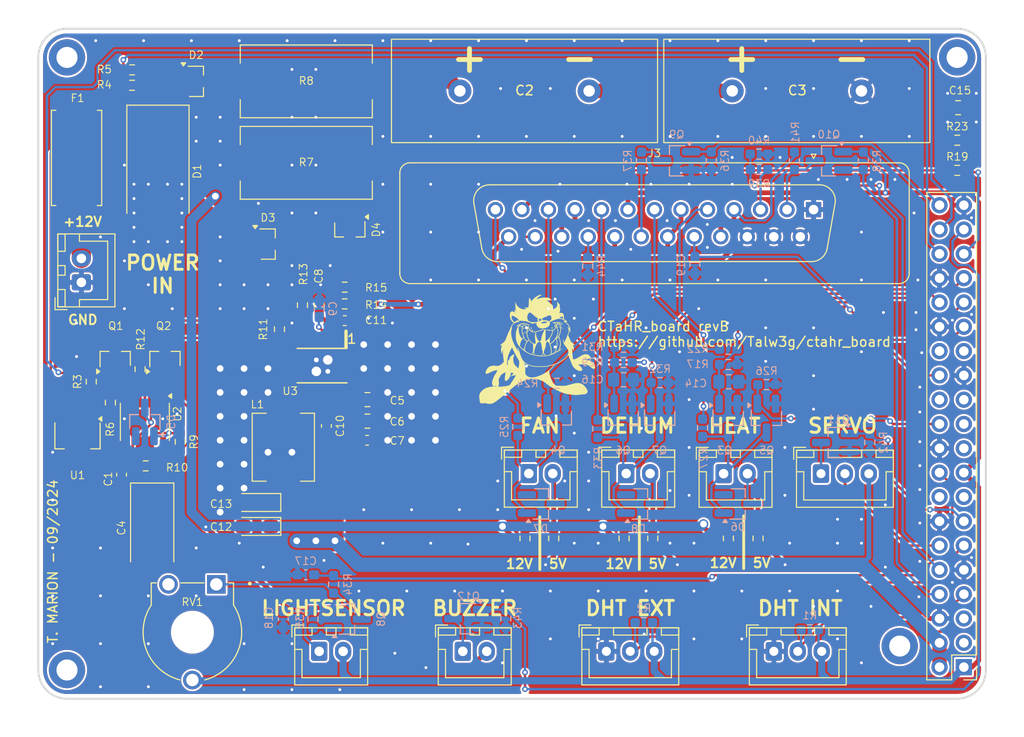
<source format=kicad_pcb>
(kicad_pcb (version 20240108) (generator "pcbnew") (generator_version "8.0")
  (layers (0 "F.Cu" signal) (31 "B.Cu" signal) (34 "B.Paste" user) (35 "F.Paste" user) (36 "B.SilkS" user "B.Silkscreen") (37 "F.SilkS" user "F.Silkscreen") (38 "B.Mask" user) (39 "F.Mask" user) (44 "Edge.Cuts" user))
  (net 0 "")
  (net 1 "+5V")
  (net 2 "GND")
  (net 3 "Net-(D2-K)")
  (net 4 "+12V")
  (net 5 "DEHUM_RELAY")
  (net 6 "HEAT_RELAY")
  (net 7 "FAN_RELAY")
  (net 8 "DEHUM_LEVER_F")
  (net 9 "UART_TX_3V3")
  (net 10 "LIGHT_SENSOR")
  (net 11 "RESET_LEVER")
  (net 12 "WATCHDOG")
  (net 13 "HEAT_LEVER_F")
  (net 14 "SERVO_ON{slash}OFF")
  (net 15 "LED_RUN")
  (net 16 "DHT22_EXT")
  (net 17 "Net-(U3-SS)")
  (net 18 "SERVO_PWM")
  (net 19 "Net-(U3-VBST)")
  (net 20 "FAN_LEVER_F")
  (net 21 "UART_RX_3V3")
  (net 22 "Net-(C10-Pad2)")
  (net 23 "POWER_STATE")
  (net 24 "HEAT_LEVER_IN")
  (net 25 "UART_RX_5V")
  (net 26 "DEHUM_LEVER_IN")
  (net 27 "UART_TX_5V")
  (net 28 "LED_RUN_GND")
  (net 29 "DEHUM_LED")
  (net 30 "LED_ON_GND")
  (net 31 "FAN_LED")
  (net 32 "FAN_LEVER_IN")
  (net 33 "HEAT_LED")
  (net 34 "HEAT_RELAY_GND")
  (net 35 "/Power/THR")
  (net 36 "LIGHTSEN_SIG")
  (net 37 "VCOND")
  (net 38 "Net-(D4-A)")
  (net 39 "HEAT_RELAY_+")
  (net 40 "DHT22_INT")
  (net 41 "/Power/ENABLE")
  (net 42 "Net-(U3-VREG5)")
  (net 43 "Net-(U3-PG)")
  (net 44 "Net-(U3-VFB)")
  (net 45 "DEHUM_RELAY_+")
  (net 46 "DEHUM_RELAY_GND")
  (net 47 "FAN_RELAY_GND")
  (net 48 "FAN_RELAY_+")
  (net 49 "BUZZER_ON{slash}OFF")
  (net 50 "+3V3")
  (net 51 "BUZZER_GND")
  (net 52 "SERVO_GND")
  (net 54 "Net-(U2-CV)")
  (net 55 "Net-(C2-Pad2)")
  (net 56 "Net-(D5-A)")
  (net 57 "Net-(J1-Pin_2)")
  (net 68 "Net-(Q1-C)")
  (net 69 "Net-(Q1-E)")
  (net 70 "Net-(Q2-B)")
  (net 71 "Net-(Q8-B)")
  (net 72 "Net-(Q8-C)")
  (net 73 "Net-(Q9-D)")
  (net 74 "Net-(U2-Q)")
  (footprint "Capacitor_Tantalum_SMD:CP_EIA-3216-10_Kemet-I_Pad1.58x1.35mm_HandSolder" (layer "F.Cu") (at 121.65 114.3 180)
    (property "Reference" "C13")
    (property "Value" "Tantal 22uF/6.3V")
  )
  (footprint "Resistor_SMD:R_0603_1608Metric_Pad0.98x0.95mm_HandSolder" (layer "F.Cu") (at 194.8125 76.45)
    (property "Reference" "R23")
    (property "Value" "10k")
  )
  (footprint "Package_TO_SOT_SMD:SOT-23_Handsoldering" (layer "F.Cu") (at 112.035 99.275 90)
    (property "Reference" "Q2")
    (property "Value" "MMBT2369LT1G")
  )
  (footprint "Capacitor_Tantalum_SMD:CP_EIA-3216-10_Kemet-I_Pad1.58x1.35mm_HandSolder" (layer "F.Cu") (at 121.65 116.8 180)
    (property "Reference" "C12")
    (property "Value" "Tantal 22uF/6.3V")
  )
  (footprint "Capacitor_SMD:C_0603_1608Metric_Pad1.08x0.95mm_HandSolder" (layer "F.Cu") (at 107.5 111.3875 -90)
    (property "Reference" "C1")
    (property "Value" "47nF/50V")
  )
  (footprint "Resistors_custom:TRIM_PTN10-D10SB20" (layer "F.Cu") (at 114.9 127.85 180)
    (property "Reference" "RV1")
    (property "Value" "PTN10-D10SB20")
  )
  (footprint "Resistor_SMD:R_0603_1608Metric_Pad0.98x0.95mm_HandSolder" (layer "F.Cu") (at 152.65 118.05 -90)
    (property "Reference" "R18" (hide yes))
    (property "Value" "0")
  )
  (footprint "Resistor_SMD:R_0603_1608Metric_Pad0.98x0.95mm_HandSolder" (layer "F.Cu") (at 124 96.2 -90)
    (property "Reference" "R11")
    (property "Value" "100k")
  )
  (footprint "Resistor_SMD:R_0603_1608Metric_Pad0.98x0.95mm_HandSolder" (layer "F.Cu") (at 109.435 100.375 90)
    (property "Reference" "R12")
    (property "Value" "10k")
  )
  (footprint "Resistor_SMD:R_0603_1608Metric_Pad0.98x0.95mm_HandSolder" (layer "F.Cu") (at 163 118.05 -90)
    (property "Reference" "R28" (hide yes))
    (property "Value" "0")
  )
  (footprint "Resistor_SMD:R_0603_1608Metric_Pad0.98x0.95mm_HandSolder" (layer "F.Cu") (at 130.8125 91.8)
    (property "Reference" "R15")
    (property "Value" "22.1k 1%")
  )
  (footprint "Resistor_SMD:R_0603_1608Metric_Pad0.98x0.95mm_HandSolder" (layer "F.Cu") (at 108.6 70.71 180)
    (property "Reference" "R4")
    (property "Value" "100k")
  )
  (footprint "Capacitor_SMD:C_0805_2012Metric_Pad1.18x1.45mm_HandSolder" (layer "F.Cu") (at 194.9 73.05 180)
    (property "Reference" "C15")
    (property "Value" "10uF/16V")
  )
  (footprint "Connector_JST:JST_XH_B2B-XH-A_1x02_P2.50mm_Vertical" (layer "F.Cu") (at 128.15 129.85)
    (property "Reference" "J7" (hide yes))
    (property "Value" "LIGHTSENSOR")
  )
  (footprint "Resistor_SMD:R_0603_1608Metric_Pad0.98x0.95mm_HandSolder" (layer "F.Cu") (at 106.335 103.8625 90)
    (property "Reference" "R6")
    (property "Value" "100k")
  )
  (footprint "Connector_JST:JST_XH_B3B-XH-A_1x03_P2.50mm_Vertical" (layer "F.Cu") (at 180.575 111.2875)
    (property "Reference" "J11" (hide yes))
    (property "Value" "SERVO")
  )
  (footprint "Resistor_SMD:R_0603_1608Metric_Pad0.98x0.95mm_HandSolder" (layer "F.Cu") (at 160 118.05 -90)
    (property "Reference" "R30" (hide yes))
    (property "Value" "0")
  )
  (footprint "MountingHole:MountingHole_2.2mm_M2_ISO14580_Pad_TopBottom" (layer "F.Cu") (at 188.8 129.3 180)
    (property "Reference" "H1" (hide yes))
    (property "Value" "MountingHole_Pad")
  )
  (footprint "Resistor_SMD:R_0603_1608Metric_Pad0.98x0.95mm_HandSolder" (layer "F.Cu") (at 104.335 101.675 90)
    (property "Reference" "R3")
    (property "Value" "10k")
  )
  (footprint "Connector_JST:JST_XH_B2B-XH-A_1x02_P2.50mm_Vertical" (layer "F.Cu") (at 143.15 129.85)
    (property "Reference" "J10" (hide yes))
    (property "Value" "BUZZER")
  )
  (footprint "Connector_Dsub:DSUB-25_Female_Vertical_P2.77x2.84mm" (layer "F.Cu") (at 179.8 83.7)
    (property "Reference" "J3")
    (property "Value" "Front panel")
  )
  (footprint "Resistor_SMD:R_0603_1608Metric_Pad0.98x0.95mm_HandSolder" (layer "F.Cu") (at 194.8125 79.6)
    (property "Reference" "R19")
    (property "Value" "4.7k")
  )
  (footprint "Resistors_custom:TE_SM5" (layer "F.Cu") (at 126.8 78.81 180)
    (property "Reference" "R7")
    (property "Value" "30")
  )
  (footprint "Diodes_custom:SBR160S23" (layer "F.Cu") (at 131.35 85.8 -90)
    (property "Reference" "D4")
    (property "Value" "SBR160S23-7")
  )
  (footprint "Capacitor_SMD:C_0805_2012Metric_Pad1.18x1.45mm_HandSolder" (layer "F.Cu") (at 133.1875 103.55)
    (property "Reference" "C5")
    (property "Value" "10uF/16V")
  )
  (footprint "Resistor_SMD:R_0603_1608Metric_Pad0.98x0.95mm_HandSolder" (layer "F.Cu") (at 130.8125 93.55 180)
    (property "Reference" "R14")
    (property "Value" "124k 1%")
  )
  (footprint "Resistor_SMD:R_0603_1608Metric_Pad0.98x0.95mm_HandSolder" (layer "F.Cu") (at 108.6 69.1)
    (property "Reference" "R5")
    (property "Value" "22.1k")
  )
  (footprint "Package_TO_SOT_SMD:SOT-89-3_Handsoldering" (layer "F.Cu") (at 102.895 107.335 -90)
    (property "Reference" "U1")
    (property "Value" "L78L33ACUTR")
  )
  (footprint "Capacitor_SMD:C_0603_1608Metric_Pad1.08x0.95mm_HandSolder" (layer "F.Cu") (at 133.15 107.8)
    (property "Reference" "C7")
    (property "Value" "0.1uF/50V")
  )
  (footprint "Capacitors:SCMR22G105SRBA0_vertical" (layer "F.Cu") (at 178.05 71.3)
    (property "Reference" "C3")
    (property "Value" "1F / 8.1V")
  )
  (footprint "Connector_JST:JST_XH_B2B-XH-A_1x02_P2.50mm_Vertical" (layer "F.Cu") (at 160.225 111.275)
    (property "Reference" "J5" (hide yes))
    (property "Value" "DEHUM")
  )
  (footprint "Connector_JST:JST_XH_B2B-XH-A_1x02_P2.50mm_Vertical" (layer "F.Cu") (at 103.3 91.3 90)
    (property "Reference" "J1" (hide yes))
    (property "Value" "POWER_IN")
  )
  (footprint "MountingHole:MountingHole_2.2mm_M2_ISO14580_Pad_TopBottom" (layer "F.Cu") (at 101.8 131.8 180)
    (property "Reference" "H2" (hide yes))
    (property "Value" "MountingHole_Pad")
  )
  (footprint "Connector_JST:JST_XH_B3B-XH-A_1x03_P2.50mm_Vertical" (layer "F.Cu") (at 158.15 129.85)
    (property "Reference" "J8" (hide yes))
    (property "Value" "DHT EXT")
  )
  (footprint "Fuse:Fuseholder_Littelfuse_Nano2_154x" (layer "F.Cu") (at 102.8 78.3 90)
    (property "Reference" "F1")
    (property "Value" "3A")
  )
  (footprint "Resistor_SMD:R_0603_1608Metric_Pad0.98x0.95mm_HandSolder" (layer "F.Cu") (at 113.635 107.9625 -90)
    (property "Reference" "R9")
    (property "Value" "37.4k")
  )
  (footprint "Resistor_SMD:R_0603_1608Metric_Pad0.98x0.95mm_HandSolder" (layer "F.Cu") (at 149.65 118.05 -90)
    (property "Reference" "R21" (hide yes))
    (property "Value" "0")
  )
  (footprint "Package_TO_SOT_SMD:SOT-23_Handsoldering" (layer "F.Cu") (at 106.835 99.275 90)
    (property "Reference" "Q1")
    (property "Value" "MMBT2369LT1G")
  )
  (footprint "Connector_PinHeader_2.54mm:PinHeader_2x20_P2.54mm_Vertical" (layer "F.Cu") (at 195.5 131.5 180)
    (property "Reference" "J2" (hide yes))
    (property "Value" "Header_to_RPi")
  )
  (footprint "Resistor_SMD:R_0603_1608Metric_Pad0.98x0.95mm_HandSolder" (layer "F.Cu") (at 170.9 118.05 -90)
    (property "Reference" "R20" (hide yes))
    (property "Value" "0")
  )
  (footprint "Logos:taz" (layer "F.Cu") (at 150.9 98.35)
    (property "Reference" "U4" (hide yes))
    (property "Value" "~" (hide yes))
  )
  (footprint "Resistors_custom:TE_SM5" (layer "F.Cu") (at 126.8 70.3 180)
    (property "Reference" "R8")
    (property "Value" "30")
  )
  (footprint "Connector_JST:JST_XH_B2B-XH-A_1x02_P2.50mm_Vertical" (layer "F.Cu") (at 150.05 111.275)
    (property "Reference" "J6" (hide yes))
    (property "Value" "FAN")
  )
  (footprint "Resistor_SMD:R_0603_1608Metric_Pad0.98x0.95mm_HandSolder" (layer "F.Cu") (at 126.4 93.6875 90)
    (property "Reference" "R13")
    (property "Value" "100k")
  )
  (footprint "Package_SO:SOIC-8_3.9x4.9mm_P1.27mm" (layer "F.Cu") (at 109.935 105.875 -90)
    (property "Reference" "U2")
    (property "Value" "TLC555CDR")
  )
  (footprint "Inductors:L_7.1x6.5_H3" (layer "F.Cu") (at 124.4 108.525 -90)
    (property "Reference" "L1")
    (property "Value" "1.5uH")
  )
  (footprint "Capacitor_Tantalum_SMD:CP_EIA-7343-30_AVX-N_Pad2.25x2.55mm_HandSolder" (layer "F.Cu") (at 110.7 116.85 -90)
    (property "Reference" "C4")
    (property "Value" "Tantal 100uF/16V")
  )
  (footprint "Connector_JST:JST_XH_B2B-XH-A_1x02_P2.50mm_Vertical" (layer "F.Cu") (at 170.4 111.2875)
    (property "Reference" "J9" (hide yes))
    (property "Value" "HEAT")
  )
  (footprint "Resistor_SMD:R_0603_1608Metric_Pad0.98x0.95mm_HandSolder" (layer "F.Cu") (at 110.0225 110.475)
    (property "Reference" "R10")
    (property "Value" "750k")
  )
  (footprint "TexasInstruments:HTSSOP-14-PWP_Handsolder" (layer "F.Cu") (at 128.45 100 -90)
    (property "Reference" "U3")
    (property "Value" "TPS54625")
  )
  (footprint "Resistor_SMD:R_0603_1608Metric_Pad0.98x0.95mm_HandSolder" (layer "F.Cu") (at 174 118.05 -90)
    (property "Reference" "R16" (hide yes))
    (property "Value" "0")
  )
  (footprint "Connector_JST:JST_XH_B3B-XH-A_1x03_P2.50mm_Vertical" (layer "F.Cu") (at 175.65 129.85)
    (property "Reference" "J4" (hide yes))
    (property "Value" "DHT INT")
  )
  (footprint "Capacitor_SMD:C_0603_1608Metric_Pad1.08x0.95mm_HandSolder" (layer "F.Cu") (at 130.8125 95.3 180)
    (property "Reference" "C11")
    (property "Value" "10pF/50V")
  )
  (footprint "Capacitor_SMD:C_0603_1608Metric_Pad1.08x0.95mm_HandSolder" (layer "F.Cu") (at 128.9 106.3 -90)
    (property "Reference" "C10")
    (property "Value" "0.1uF/50V")
  )
  (footprint "Capacitor_SMD:C_0603_1608Metric_Pad1.08x0.95mm_HandSolder" (layer "F.Cu") (at 128.15 93.6875 90)
    (property "Reference" "C8")
    (property "Value" "1uF/25V")
  )
  (footprint "Capacitor_SMD:C_0805_2012Metric_Pad1.18x1.45mm_HandSolder" (layer "F.Cu") (at 133.1875 105.8)
    (property "Reference" "C6")
    (property "Value" "10uF/16V")
  )
  (footprint "MountingHole:MountingHole_2.2mm_M2_ISO14580_Pad_TopBottom" (layer "F.Cu") (at 194.8 67.8 180)
    (property "Reference" "H4" (hide yes))
    (property "Value" "MountingHole_Pad")
  )
  (footprint "Capacitors:SCMR22G105SRBA0_vertical" (layer "F.Cu") (at 149.6 71.3)
    (property "Reference" "C2")
    (property "Value" "1F / 8.1V")
  )
  (footprint "MountingHole:MountingHole_2.2mm_M2_ISO14580_Pad_TopBottom" (layer "F.Cu") (at 101.8 67.8 180)
    (property "Reference" "H3" (hide yes))
    (property "Value" "MountingHole_Pad")
  )
  (footprint "Diodes_custom:SBR160S23" (layer "F.Cu") (at 115.3 70.3)
    (property "Reference" "D2")
    (property "Value" "SBR160S23-7")
  )
  (footprint "Diode_SMD:D_SMC_Handsoldering" (layer "F.Cu") (at 111.3 79.7 -90)
    (property "Reference" "D1")
    (property "Value" "SMCJ12A")
  )
  (footprint "Diodes_custom:SBR160S23" (layer "F.Cu") (at 122.8 87.3)
    (property "Reference" "D3")
    (property "Value" "SBR160S23-7")
  )
  (footprint "Resistor_SMD:R_0603_1608Metric_Pad0.98x0.95mm_HandSolder" (layer "B.Cu") (at 129.65 122.85 90)
    (property "Reference" "R34")
    (property "Value" "51k")
  )
  (footprint "Package_TO_SOT_SMD:SOT-23_Handsoldering" (layer "B.Cu") (at 143.65 126.4375 180)
    (property "Reference" "Q12")
    (property "Value" "IRLML6344TRPBF")
  )
  (footprint "Resistor_SMD:R_0603_1608Metric_Pad0.98x0.95mm_HandSolder" (layer "B.Cu") (at 159.9375 99.675 180)
    (property "Reference" "R29")
    (property "Value" "4.7k")
  )
  (footprint "Resistor_SMD:R_0603_1608Metric_Pad0.98x0.95mm_HandSolder" (layer "B.Cu") (at 162.0625 126.85)
    (property "Reference" "R2")
    (property "Value" "4.7k")
  )
  (footprint "Diodes_custom:SBR160S23" (layer "B.Cu") (at 171.9 114.45)
    (property "Reference" "D6")
    (property "Value" "SBR160S23-7")
  )
  (footprint "Capacitor_SMD:C_0603_1608Metric_Pad1.08x0.95mm_HandSolder" (layer "B.Cu") (at 126.75 121.85 180)
    (property "Reference" "C17")
    (property "Value" "0.1uF/50V")
  )
  (footprint "Diodes_custom:SBR160S23" (layer "B.Cu") (at 161.7 114.45)
    (property "Reference" "D8")
    (property "Value" "SBR160S23-7")
  )
  (footprint "Package_TO_SOT_SMD:SOT-23_Handsoldering" (layer "B.Cu") (at 165.5 78.6 180)
    (property "Reference" "Q9")
    (property "Value" "IRLML6344TRPBF")
  )
  (footprint "Resistor_SMD:R_0603_1608Metric_Pad0.98x0.95mm_HandSolder" (layer "B.Cu") (at 147.65 126.4375 90)
    (property "Reference" "R43")
    (property "Value" "10k")
  )
  (footprint "Package_TO_SOT_SMD:SOT-23_Handsoldering" (layer "B.Cu") (at 174.875 105.4875 -90)
    (property "Reference" "Q5")
    (property "Value" "IRLML6344TRPBF")
  )
  (footprint "Capacitor_SMD:C_0603_1608Metric_Pad1.08x0.95mm_HandSolder" (layer "B.Cu") (at 124.4 126.4875 -90)
    (property "Reference" "C18")
    (property "Value" "0.1uF/50V")
  )
  (footprint "Package_TO_SOT_SMD:SOT-23_Handsoldering" (layer "B.Cu") (at 170.875 105.4875 -90)
    (property "Reference" "Q3")
    (property "Value" "IRLML6344TRPBF")
  )
  (footprint "Resistor_SMD:R_0603_1608Metric_Pad0.98x0.95mm_HandSolder" (layer "B.Cu") (at 168.2 106.5 90)
    (property "Reference" "R27")
    (property "Value" "255")
  )
  (footprint "Resistor_SMD:R_0603_1608Metric_Pad0.98x0.95mm_HandSolder" (layer "B.Cu") (at 170.8875 99.8875 180)
    (property "Reference" "R22")
    (property "Value" "10k")
  )
  (footprint "Resistor_SMD:R_0603_1608Metric_Pad0.98x0.95mm_HandSolder" (layer "B.Cu") (at 185 78.6125 90)
    (property "Reference" "R38")
    (property "Value" "10k")
  )
  (footprint "Capacitor_SMD:C_0603_1608Metric_Pad1.08x0.95mm_HandSolder" (layer "B.Cu") (at 128.15 94.05 90)
    (property "Reference" "C9")
    (property "Value" "8200pF/50V")
  )
  (footprint "Diodes_custom:SBR160S23" (layer "B.Cu") (at 151.35 114.45)
    (property "Reference" "D7")
    (property "Value" "SBR160S23-7")
  )
  (footprint "Package_TO_SOT_SMD:SOT-23_Handsoldering" (layer "B.Cu") (at 152.925 105.45 -90)
    (property "Reference" "Q4")
    (property "Value" "IRLML6344TRPBF")
  )
  (footprint "Diodes_custom:SBR160S23" (layer "B.Cu") (at 109.935 105.875 90)
    (property "Reference" "D5")
    (property "Value" "SBR160S23")
  )
  (footprint "Resistor_SMD:R_0603_1608Metric_Pad0.98x0.95mm_HandSolder" (layer "B.Cu") (at 169.1175 78.5975 90)
    (property "Reference" "R36")
    (property "Value" "10k")
  )
  (footprint "Resistor_SMD:R_0603_1608Metric_Pad0.98x0.95mm_HandSolder" (layer "B.Cu") (at 159.95 98.075 180)
    (property "Reference" "R31")
    (property "Value" "10k")
  )
  (footprint "Resistor_SMD:R_0603_1608Metric_Pad0.98x0.95mm_HandSolder" (layer "B.Cu") (at 170.8875 98.2875)
    (property "Reference" "R17")
    (property "Value" "4.7k")
  )
  (footprint "Resistor_SMD:R_0603_1608Metric_Pad0.98x0.95mm_HandSolder" (layer "B.Cu") (at 161.8175 78.5975 -90)
    (property "Reference" "R37")
    (property "Value" "255")
  )
  (footprint "Package_TO_SOT_SMD:SOT-23_Handsoldering" (layer "B.Cu") (at 159.91 105.4625 -90)
    (property "Reference" "Q6")
    (property "Value" "IRLML6344TRPBF")
  )
  (footprint "Package_TO_SOT_SMD:SOT-23_Handsoldering" (layer "B.Cu") (at 163.725 105.475 -90)
    (property "Reference" "Q7")
    (property "Value" "IRLML6344TRPBF")
  )
  (footprint "Capacitor_SMD:C_0603_1608Metric_Pad1.08x0.95mm_HandSolder" (layer "B.Cu") (at 167.4 89.5 -90)
    (property "Reference" "C19")
    (property "Value" "0.1uF/50V")
  )
  (footprint "Package_TO_SOT_SMD:SOT-23_Handsoldering" (layer "B.Cu") (at 181.4 78.6 180)
    (property "Reference" "Q10")
    (property "Value" "IRLML6344TRPBF")
  )
  (footprint "Resistor_SMD:R_0603_1608Metric_Pad0.98x0.95mm_HandSolder" (layer "B.Cu") (at 174.1125 79.5)
    (property "Reference" "R39")
    (property "Value" "10k")
  )
  (footprint "Capacitor_SMD:C_0805_2012Metric_Pad1.18x1.45mm_HandSolder" (layer "B.Cu") (at 159.95 101.475)
    (property "Reference" "C16")
    (property "Value" "10uF/16V")
  )
  (footprint "Resistor_SMD:R_0603_1608Metric_Pad0.98x0.95mm_HandSolder" (layer "B.Cu") (at 152.9875 101.85 180)
    (property "Reference" "R24")
    (property "Value" "10k")
  )
  (footprint "Resistor_SMD:R_0603_1608Metric_Pad0.98x0.95mm_HandSolder" (layer "B.Cu") (at 157.25 106.5875 90)
    (property "Reference" "R33")
    (property "Value" "255")
  )
  (footprint "Resistor_SMD:R_0603_1608Metric_Pad0.98x0.95mm_HandSolder" (layer "B.Cu") (at 177.8 78.6125 90)
    (property "Reference" "R41")
    (property "Value" "10k")
  )
  (footprint "Resistor_SMD:R_0603_1608Metric_Pad0.98x0.95mm_HandSolder" (layer "B.Cu") (at 163.7375 101.775 180)
    (property "Reference" "R32")
    (property "Value" "10k")
  )
  (footprint "Resistor_SMD:R_0603_1608Metric_Pad0.98x0.95mm_HandSolder" (layer "B.Cu") (at 179.4 127.6)
    (property "Reference" "R1")
    (property "Value" "4.7k")
  )
  (footprint "Resistor_SMD:R_0603_1608Metric_Pad0.98x0.95mm_HandSolder" (layer "B.Cu") (at 185.675 108.0375 90)
    (property "Reference" "R42")
    (property "Value" "10k")
  )
  (footprint "Resistor_SMD:R_0603_1608Metric_Pad0.98x0.95mm_HandSolder" (layer "B.Cu") (at 148.9 106.3875 90)
    (property "Reference" "R25")
    (property "Value" "255")
  )
  (footprint "Resistor_SMD:R_0603_1608Metric_Pad0.98x0.95mm_HandSolder" (layer "B.Cu") (at 174.8875 101.9875 180)
    (property "Reference" "R26")
    (property "Value" "10k")
  )
  (footprint "Package_TO_SOT_SMD:SOT-23_Handsoldering" (layer "B.Cu") (at 182.075 108.0375 180)
    (property "Reference" "Q11")
    (property "Value" "IRLML6344TRPBF")
  )
  (footprint "Resistor_SMD:R_0603_1608Metric_Pad0.98x0.95mm_HandSolder" (layer "B.Cu") (at 156.2 89.6125 90)
    (property "Reference" "R44")
    (property "Value" "255")
  )
  (footprint "Package_TO_SOT_SMD:SOT-23_Handsoldering" (layer "B.Cu") (at 131.1 126.475)
    (property "Reference" "Q8")
    (property "Value" "MMBT2369LT1G")
  )
  (footprint "Resistor_SMD:R_0603_1608Metric_Pad0.98x0.95mm_HandSolder" (layer "B.Cu") (at 127.5 126.4875 -90)
    (property "Reference" "R35")
    (property "Value" "100k")
  )
  (footprint "Capacitor_SMD:C_0805_2012Metric_Pad1.18x1.45mm_HandSolder" (layer "B.Cu") (at 170.9375 101.6875)
    (property "Reference" "C14")
    (property "Value" "10uF/16V")
  )
  (footprint "Resistor_SMD:R_0603_1608Metric_Pad0.98x0.95mm_HandSolder" (layer "B.Cu") (at 174.1 77.9 180)
    (property "Reference" "R40")
    (property "Value" "10k")
  )
  (gr_line (start 161.6 115.8) (end 161.6 121.3) (stroke (width 0.3)) (layer "F.SilkS"))
  (gr_line (start 151.2 115.8) (end 151.2 121.3) (stroke (width 0.3)) (layer "F.SilkS"))
  (gr_line (start 172.5 115.7) (end 172.5 121.2) (stroke (width 0.3)) (layer "F.SilkS"))
  (gr_line (start 197.8 67.8) (end 197.8 131.8) (stroke (width 0.2)) (layer "Edge.Cuts"))
  (gr_line (start 98.8 131.8) (end 98.8 67.8) (stroke (width 0.2)) (layer "Edge.Cuts"))
  (gr_arc (start 194.8 64.8) (mid 196.92132 65.67868) (end 197.8 67.8) (stroke (width 0.2)) (layer "Edge.Cuts"))
  (gr_line (start 194.8 134.8) (end 101.8 134.8) (stroke (width 0.2)) (layer "Edge.Cuts"))
  (gr_arc (start 101.8 134.8) (mid 99.67868 133.92132) (end 98.8 131.8) (stroke (width 0.2)) (layer "Edge.Cuts"))
  (gr_line (start 101.8 64.8) (end 194.8 64.8) (stroke (width 0.2)) (layer "Edge.Cuts"))
  (gr_arc (start 98.8 67.8) (mid 99.67868 65.67868) (end 101.8 64.8) (stroke (width 0.2)) (layer "Edge.Cuts"))
  (gr_arc (start 197.8 131.8) (mid 196.92132 133.92132) (end 194.8 134.8) (stroke (width 0.2)) (layer "Edge.Cuts"))
  (gr_text "+12V" (at 101.3 85.55 0) (layer "F.SilkS") (effects (font (size 1 1) (thickness 0.2) (bold yes)) (justify left bottom)))
  (gr_text "POWER\nIN" (at 111.8 92.55 0) (layer "F.SilkS") (effects (font (size 1.5 1.5) (thickness 0.3) (bold yes)) (justify bottom)))
  (gr_text "T. MARION - 09/2024" (at 100.9 129.1 90) (layer "F.SilkS") (effects (font (size 1 1)) (justify left bottom)))
  (gr_text "CTaHR_board revB\nhttps://github.com/Talw3g/ctahr_board" (at 157.15 98.1 0) (layer "F.SilkS") (effects (font (size 1 1)) (justify left bottom)))
  (gr_text "5V" (at 162.45 121.3 0) (layer "F.SilkS") (effects (font (size 1 1) (thickness 0.2) (bold yes)) (justify left bottom)))
  (gr_text "12V" (at 147.55 121.3 0) (layer "F.SilkS") (effects (font (size 1 1) (thickness 0.2) (bold yes)) (justify left bottom)))
  (gr_text "12V" (at 157.95 121.3 0) (layer "F.SilkS") (effects (font (size 1 1) (thickness 0.2) (bold yes)) (justify left bottom)))
  (gr_text "5V" (at 173.35 121.2 0) (layer "F.SilkS") (effects (font (size 1 1) (thickness 0.2) (bold yes)) (justify left bottom)))
  (gr_text "12V" (at 168.85 121.2 0) (layer "F.SilkS") (effects (font (size 1 1) (thickness 0.2) (bold yes)) (justify left bottom)))
  (gr_text "GND" (at 101.8 95.8 0) (layer "F.SilkS") (effects (font (size 1 1) (thickness 0.2) (bold yes)) (justify left bottom)))
  (gr_text "5V" (at 152.05 121.3 0) (layer "F.SilkS") (effects (font (size 1 1) (thickness 0.2) (bold yes)) (justify left bottom)))
  (segment (start 159.025 88.075) (end 158.3 88.8) (width 0.5) (layer "F.Cu") (net 1))
  (segment (start 165.575 120.8) (end 165.575 120.7875) (width 0.5) (layer "F.Cu") (net 1))
  (segment (start 163.8 88.8) (end 170.3 88.8) (width 0.5) (layer "F.Cu") (net 1))
  (segment (start 165.575 120.7875) (end 163.75 118.9625) (width 0.5) (layer "F.Cu") (net 1))
  (segment (start 147.945 86.54) (end 146.35 88.135) (width 0.5) (layer "F.Cu") (net 1))
  (segment (start 131.725 93.55) (end 134.55 93.55) (width 0.5) (layer "F.Cu") (net 1))
  (segment (start 164.565 88.035) (end 163.8 88.8) (width 0.5) (layer "F.Cu") (net 1))
  (segment (start 147.239339 88.8) (end 153.8 88.8) (width 0.5) (layer "F.Cu") (net 1))
  (segment (start 131.675 95.925) (end 130.4 97.2) (width 0.25) (layer "F.Cu") (net 1))
  (segment (start 146.35 90.3) (end 146.35 89.689339) (width 0.5) (layer "F.Cu") (net 1))
  (segment (start 142.2 112.4) (end 128 112.4) (width 0.5) (layer "F.Cu") (net 1))
  (segment (start 153.8 88.8) (end 158.3 88.8) (width 0.5) (layer "F.Cu") (net 1))
  (segment (start 145.3 109.3) (end 142.2 112.4) (width 0.5) (layer "F.Cu") (net 1))
  (segment (start 127.3 113.05) (end 126.05 114.3) (width 0.5) (layer "F.Cu") (net 1))
  (segment (start 176.825 120.8) (end 174.9875 118.9625) (width 0.5) (layer "F.Cu") (net 1))
  (segment (start 143.05 113.05) (end 127.3 113.05) (width 0.5) (layer "F.Cu") (net 1))
  (segment (start 138.5 93.6) (end 143.597056 93.6) (width 0.5) (layer "F.Cu") (net 1))
  (segment (start 158.3 88.8) (end 163.8 88.8) (width 0.5) (layer "F.Cu") (net 1))
  (segment (start 143.597056 93.6) (end 145.3 95.302944) (width 0.5) (layer "F.Cu") (net 1))
  (segment (start 131.675 95.3) (end 131.675 95.925) (width 0.25) (layer "F.Cu") (net 1))
  (segment (start 170.3 88.8) (end 171.49 87.61) (width 0.5) (layer "F.Cu") (net 1))
  (segment (start 131.725 93.55) (end 131.725 95.25) (width 0.25) (layer "F.Cu") (net 1))
  (segment (start 171.49 87.61) (end 171.49 83.7) (width 0.5) (layer "F.Cu") (net 1))
  (segment (start 146.35 89.689339) (end 147.239339 88.8) (width 0.5) (layer "F.Cu") (net 1))
  (segment (start 174.9875 118.9625) (end 174 118.9625) (width 0.5) (layer "F.Cu") (net 1))
  (segment (start 154.87 87.73) (end 153.8 88.8) (width 0.5) (layer "F.Cu") (net 1))
  (segment (start 131.725 95.25) (end 131.675 95.3) (width 0.25) (layer "F.Cu") (net 1))
  (segment (start 146.35 109.75) (end 143.05 113.05) (width 0.5) (layer "F.Cu") (net 1))
  (segment (start 165.95 85.155) (end 164.565 86.54) (width 0.5) (layer "F.Cu") (net 1))
  (segment (start 126.05 114.3) (end 123.0875 114.3) (width 0.5) (layer "F.Cu") (net 1))
  (segment (start 154.87 83.7) (end 154.87 87.73) (width 0.5) (layer "F.Cu") (net 1))
  (segment (start 163.75 118.9625) (end 163 118.9625) (width 0.5) (layer "F.Cu") (net 1))
  (segment (start 164.565 86.54) (end 164.565 88.035) (width 0.5) (layer "F.Cu") (net 1))
  (segment (start 145.3 95.302944) (end 145.3 109.3) (width 0.5) (layer "F.Cu") (net 1))
  (segment (start 146.35 88.135) (end 146.35 90.3) (width 0.5) (layer "F.Cu") (net 1))
  (segment (start 146.35 90.3) (end 146.35 109.75) (width 0.5) (layer "F.Cu") (net 1))
  (segment (start 152.65 119.95) (end 151.8 120.8) (width 0.5) (layer "F.Cu") (net 1))
  (segment (start 134.55 93.55) (end 134.6 93.6) (width 0.5) (layer "F.Cu") (net 1))
  (segment (start 192.96 128.965585) (end 192.96 131.5) (width 1.5) (layer "F.Cu") (net 1))
  (segment (start 165.95 83.7) (end 165.95 85.155) (width 0.5) (layer "F.Cu") (net 1))
  (segment (start 152.65 118.9625) (end 152.65 119.95) (width 0.5) (layer "F.Cu") (net 1))
  (segment (start 159.025 86.54) (end 159.025 88.075) (width 0.5) (layer "F.Cu") (net 1))
  (via (at 138.5 93.6) (size 0.6) (drill 0.3) (layers "F.Cu" "B.Cu") (net 1))
  (via (at 165.575 120.8) (size 0.6) (drill 0.3) (layers "F.Cu" "B.Cu") (net 1))
  (via (at 151.8 120.8) (size 0.6) (drill 0.3) (layers "F.Cu" "B.Cu") (net 1))
  (via (at 125.8 118.3) (size 1) (drill 0.7) (layers "F.Cu" "B.Cu") (net 1))
  (via (at 176.825 120.8) (size 0.6) (drill 0.3) (layers "F.Cu" "B.Cu") (net 1))
  (via (at 134.6 93.6) (size 0.6) (drill 0.3) (layers "F.Cu" "B.Cu") (net 1))
  (via (at 129.8 118.3) (size 1) (drill 0.7) (layers "F.Cu" "B.Cu") (net 1))
  (via (at 127.8 118.3) (size 1) (drill 0.7) (layers "F.Cu" "B.Cu") (net 1))
  (segment (start 127.8 118.3) (end 125.8 118.3) (width 1.5) (layer "B.Cu") (net 1))
  (segment (start 175.385 84.165991) (end 174.725991 84.825) (width 0.25) (layer "B.Cu") (net 1))
  (segment (start 177.8 78.1875) (end 175.385 80.6025) (width 0.25) (layer "B.Cu") (net 1))
  (segment (start 134.6 93.6) (end 138.5 93.6) (width 0.5) (layer "B.Cu") (net 1))
  (segment (start 184.8 120.805585) (end 192.96 128.965585) (width 1.5) (layer "B.Cu") (net 1))
  (segment (start 132.3 120.8) (end 151.8 120.8) (width 1.5) (layer "B.Cu") (net 1))
  (segment (start 165.575 120.8) (end 151.8 120.8) (width 1.5) (layer "B.Cu") (net 1))
  (segment (start 129.8 118.3) (end 132.3 120.8) (width 1.5) (layer "B.Cu") (net 1))
  (segment (start 129.8 118.3) (end 127.8 118.3) (width 1.5) (layer "B.Cu") (net 1))
  (segment (start 174.725991 84.825) (end 172.615 84.825) (width 0.25) (layer "B.Cu") (net 1))
  (segment (start 185.575 120.025) (end 184.8 120.8) (width 0.5) (layer "B.Cu") (net 1))
  (segment (start 177.8 77.7) (end 177.8 78.1875) (width 0.25) (layer "B.Cu") (net 1))
  (segment (start 165.575 120.8) (end 176.825 120.8) (width 1.5) (layer "B.Cu") (net 1))
  (segment (start 185.575 111.2875) (end 185.575 120.025) (width 0.5) (layer "B.Cu") (net 1))
  (segment (start 176.825 120.8) (end 184.8 120.8) (width 1.5) (layer "B.Cu") (net 1))
  (segment (start 175.385 80.6025) (end 175.385 84.165991) (width 0.25) (layer "B.Cu") (net 1))
  (segment (start 172.615 84.825) (end 171.49 83.7) (width 0.25) (layer "B.Cu") (net 1))
  (via (at 170.8 95.55) (size 0.6) (drill 0.3) (layers "F.Cu" "B.Cu") (net 2))
  (via (at 117.8 86.55) (size 0.6) (drill 0.3) (layers "F.Cu" "B.Cu") (net 2))
  (via (at 196.3 94.65) (size 0.6) (drill 0.3) (layers "F.Cu" "B.Cu") (net 2))
  (via (at 190.8 124.15) (size 0.6) (drill 0.3) (layers "F.Cu" "B.Cu") (net 2))
  (via (at 100.3 114.05) (size 0.6) (drill 0.3) (layers "F.Cu" "B.Cu") (net 2))
  (via (at 117.8 112.8) (size 1) (drill 0.7) (layers "F.Cu" "B.Cu") (net 2))
  (via (at 159.8 91.05) (size 0.6) (drill 0.3) (layers "F.Cu" "B.Cu") (net 2))
  (via (at 167.3 128.55) (size 0.6) (drill 0.3) (layers "F.Cu" "B.Cu") (net 2))
  (via (at 130.3 133.85) (size 0.6) (drill 0.3) (layers "F.Cu" "B.Cu") (net 2))
  (via (at 102.8 99.05) (size 0.6) (drill 0.3) (layers "F.Cu" "B.Cu") (net 2))
  (via (at 144.8 86.05) (size 0.6) (drill 0.3) (layers "F.Cu" "B.Cu") (net 2))
  (via (at 132.8 100.3) (size 1) (drill 0.7) (layers "F.Cu" "B.Cu") (net 2))
  (via (at 152.3 123.55) (size 0.6) (drill 0.3) (layers "F.Cu" "B.Cu") (net 2))
  (via (at 154.8 107.05) (size 0.6) (drill 0.3) (layers "F.Cu" "B.Cu") (net 2))
  (via (at 115.3 119.05) (size 0.6) (drill 0.3) (layers "F.Cu" "B.Cu") (net 2))
  (via (at 154.8 91.05) (size 0.6) (drill 0.3) (layers "F.Cu" "B.Cu") (net 2))
  (via (at 128.3 91.55) (size 0.6) (drill 0.3) (layers "F.Cu" "B.Cu") (net 2))
  (via (at 156.3 115.05) (size 0.6) (drill 0.3) (layers "F.Cu" "B.Cu") (net 2))
  (via (at 162.8 81.05) (size 0.6) (drill 0.3) (layers "F.Cu" "B.Cu") (net 2))
  (via (at 190.9 104.85) (size 0.6) (drill 0.3) (layers "F.Cu" "B.Cu") (net 2))
  (via (at 135.3 97.8) (size 1) (drill 0.7) (layers "F.Cu" "B.Cu") (net 2))
  (via (at 177.3 118.55) (size 0.6) (drill 0.3) (layers "F.Cu" "B.Cu") (net 2))
  (via (at 120.3 94.05) (size 0.6) (drill 0.3) (layers "F.Cu" "B.Cu") (net 2))
  (via (at 149.3 87.85) (size 0.6) (drill 0.3) (layers "F.Cu" "B.Cu") (net 2))
  (via (at 183.3 80.55) (size 0.6) (drill 0.3) (layers "F.Cu" "B.Cu") (net 2))
  (via (at 156.3 84.85) (size 0.6) (drill 0.3) (layers "F.Cu" "B.Cu") (net 2))
  (via (at 108.8 87.05) (size 0.6) (drill 0.3) (layers "F.Cu" "B.Cu") (net 2))
  (via (at 107.8 94.05) (size 0.6) (drill 0.3) (layers "F.Cu" "B.Cu") (net 2))
  (via (at 164.8 118.55) (size 0.6) (drill 0.3) (layers "F.Cu" "B.Cu") (net 2))
  (via (at 120.3 112.8) (size 1) (drill 0.7) (layers "F.Cu" "B.Cu") (net 2))
  (via (at 190.5 94.45) (size 0.6) (drill 0.3) (layers "F.Cu" "B.Cu") (net 2))
  (via (at 144.8 76.05) (size 0.6) (drill 0.3) (layers "F.Cu" "B.Cu") (net 2))
  (via (at 152.8 93.05) (size 0.6) (drill 0.3) (layers "F.Cu" "B.Cu") (net 2))
  (via (at 112.8 94.05) (size 0.6) (drill 0.3) (layers "F.Cu" "B.Cu") (net 2))
  (via (at 135.3 105.3) (size 1) (drill 0.7) (layers "F.Cu" "B.Cu") (net 2))
  (via (at 184.8 98.55) (size 0.6) (drill 0.3) (layers "F.Cu" "B.Cu") (net 2))
  (via (at 184.8 86.05) (size 0.6) (drill 0.3) (layers "F.Cu" "B.Cu") (net 2))
  (via (at 129.3 89.55) (size 0.6) (drill 0.3) (layers "F.Cu" "B.Cu") (net 2))
  (via (at 139.8 118.55) (size 0.6) (drill 0.3) (layers "F.Cu" "B.Cu") (net 2))
  (via (at 190.9 112.95) (size 0.6) (drill 0.3) (layers "F.Cu" "B.Cu") (net 2))
  (via (at 120.3 100.3) (size 1) (drill 0.7) (layers "F.Cu" "B.Cu") (net 2))
  (via (at 135.3 107.8) (size 1) (drill 0.7) (layers "F.Cu" "B.Cu") (net 2))
  (via (at 152.3 71.05) (size 0.6) (drill 0.3) (layers "F.Cu" "B.Cu") (net 2))
  (via (at 137.8 102.8) (size 1) (drill 0.7) (layers "F.Cu" "B.Cu") (net 2))
  (via (at 176.3 78.25) (size 0.6) (drill 0.3) (layers "F.Cu" "B.Cu") (net 2))
  (via (at 180.3 80.55) (size 0.6) (drill 0.3) (layers "F.Cu" "B.Cu") (net 2))
  (via (at 196.8 74.55) (size 0.6) (drill 0.3) (layers "F.Cu" "B.Cu") (net 2))
  (via (at 182.3 118.55) (size 0.6) (drill 0.3) (layers "F.Cu" "B.Cu") (net 2))
  (via (at 137.8 105.3) (size 1) (drill 0.7) (layers "F.Cu" "B.Cu") (net 2))
  (via (at 164.8 91.05) (size 0.6) (drill 0.3) (layers "F.Cu" "B.Cu") (net 2))
  (via (at 176.8 108.55) (size 0.6) (drill 0.3) (layers "F.Cu" "B.Cu") (net 2))
  (via (at 172.3 128.55) (size 0.6) (drill 0.3) (layers "F.Cu" "B.Cu") (net 2))
  (via (at 112.3 81.05) (size 0.6) (drill 0.3) (layers "F.Cu" "B.Cu") (net 2))
  (via (at 153.3 81.05) (size 0.6) (drill 0.3) (layers "F.Cu" "B.Cu") (net 2))
  (via (at 110.3 87.05) (size 0.6) (drill 0.3) (layers "F.Cu" "B.Cu") (net 2))
  (via (at 193.8 71.55) (size 0.6) (drill 0.3) (layers "F.Cu" "B.Cu") (net 2))
  (via (at 140.3 107.8) (size 1) (drill 0.7) (layers "F.Cu" "B.Cu") (net 2))
  (via (at 164.8 113.05) (size 0.6) (drill 0.3) (layers "F.Cu" "B.Cu") (net 2))
  (via (at 184.8 91.05) (size 0.6) (drill 0.3) (layers "F.Cu" "B.Cu") (net 2))
  (via (at 159.1 84.85) (size 0.6) (drill 0.3) (layers "F.Cu" "B.Cu") (net 2))
  (via (at 108.8 81.05) (size 0.6) (drill 0.3) (layers "F.Cu" "B.Cu") (net 2))
  (via (at 137.8 115.05) (size 0.6) (drill 0.3) (layers "F.Cu" "B.Cu") (net 2))
  (via (at 194.3 122.65) (size 0.6) (drill 0.3) (layers "F.Cu" "B.Cu") (net 2))
  (via (at 154.8 76.05) (size 0.6) (drill 0.3) (layers "F.Cu" "B.Cu") (net 2))
  (via (at 189.8 66.05) (size 0.6) (drill 0.3) (layers "F.Cu" "B.Cu") (net 2))
  (via (at 120.3 110.3) (size 1) (drill 0.7) (layers "F.Cu" "B.Cu") (net 2))
  (via (at 144.8 81.05) (size 0.6) (drill 0.3) (layers "F.Cu" "B.Cu") (net 2))
  (via (at 137.8 100.3) (size 1) (drill 0.7) (layers "F.Cu" "B.Cu") (net 2))
  (via (at 182.3 123.55) (size 0.6) (drill 0.3) (layers "F.Cu" "B.Cu") (net 2))
  (via (at 117.8 74.05) (size 0.6) (drill 0.3) (layers "F.Cu" "B.Cu") (net 2))
  (via (at 176.8 113.55) (size 0.6) (drill 0.3) (layers "F.Cu" "B.Cu") (net 2))
  (via (at 107.8 105.55) (size 0.6) (drill 0.3) (layers "F.Cu" "B.Cu") (net 2))
  (via (at 107.8 79.05) (size 0.6) (drill 0.3) (layers "F.Cu" "B.Cu") (net 2))
  (via (at 174.8 76.05) (size 0.6) (drill 0.3) (layers "F.Cu" "B.Cu") (net 2))
  (via (at 136.05 130.05) (size 0.6) (drill 0.3) (layers "F.Cu" "B.Cu") (net 2))
  (via (at 117.8 91.55) (size 0.6) (drill 0.3) (layers "F.Cu" "B.Cu") (net 2))
  (via (at 134.8 118.55) (size 0.6) (drill 0.3) (layers "F.Cu" "B.Cu") (net 2))
  (via (at 177.3 123.55) (size 0.6) (drill 0.3) (layers "F.Cu" "B.Cu") (net 2))
  (via (at 117.8 100.3) (size 1) (drill 0.7) (layers "F.Cu" "B.Cu") (net 2))
  (via (at 122.8 102.8) (size 1) (drill 0.7) (layers "F.Cu" "B.Cu") (net 2))
  (via (at 154.8 101.05) (size 0.6) (drill 0.3) (layers "F.Cu" "B.Cu") (net 2))
  (via (at 110.3 133.55) (size 0.6) (drill 0.3) (layers "F.Cu" "B.Cu") (net 2))
  (via (at 167.8 94.05) (size 0.6) (drill 0.3) (layers "F.Cu" "B.Cu") (net 2))
  (via (at 166.8 103.55) (size 0.6) (drill 0.3) (layers "F.Cu" "B.Cu") (net 2))
  (via (at 166.8 113.55) (size 0.6) (drill 0.3) (layers "F.Cu" "B.Cu") (net 2))
  (via (at 139.8 76.05) (size 0.6) (drill 0.3) (layers "F.Cu" "B.Cu") (net 2))
  (via (at 190.9 116.45) (size 0.6) (drill 0.3) (layers "F.Cu" "B.Cu") (net 2))
  (via (at 179.8 101.05) (size 0.6) (drill 0.3) (layers "F.Cu" "B.Cu") (net 2))
  (via (at 157.3 128.55) (size 0.6) (drill 0.3) (layers "F.Cu" "B.Cu") (net 2))
  (via (at 152.9 105.25) (size 0.6) (drill 0.3) (layers "F.Cu" "B.Cu") (net 2))
  (via (at 122.8 94.05) (size 0.6) (drill 0.3) (layers "F.Cu" "B.Cu") (net 2))
  (via (at 167.3 118.55) (size 0.6) (drill 0.3) (layers "F.Cu" "B.Cu") (net 2))
  (via (at 190.5 96.25) (size 0.6) (drill 0.3) (layers "F.Cu" "B.Cu") (net 2))
  (via (at 152.3 128.55) (size 0.6) (drill 0.3) (layers "F.Cu" "B.Cu") (net 2))
  (via (at 122.8 100.3) (size 1) (drill 0.7) (layers "F.Cu" "B.Cu") (net 2))
  (via (at 135.3 102.8) (size 1) (drill 0.7) (layers "F.Cu" "B.Cu") (net 2))
  (via (at 187.3 121.05) (size 0.6) (drill 0.3) (layers "F.Cu" "B.Cu") (net 2))
  (via (at 117.8 110.3) (size 1) (drill 0.7) (layers "F.Cu" "B.Cu") (net 2))
  (via (at 166.8 108.55) (size 0.6) (drill 0.3) (layers "F.Cu" "B.Cu") (net 2))
  (via (at 120.3 133.85) (size 0.6) (drill 0.3) (layers "F.Cu" "B.Cu") (net 2))
  (via (at 127.8 79.05) (size 0.6) (drill 0.3) (layers "F.Cu" "B.Cu") (net 2))
  (via (at 154.8 66.05) (size 0.6) (drill 0.3) (layers "F.Cu" "B.Cu") (net 2))
  (via (at 120.3 129.05) (size 0.6) (drill 0.3) (layers "F.Cu" "B.Cu") (net 2))
  (via (at 190.9 110.45) (size 0.6) (drill 0.3) (layers "F.Cu" "B.Cu") (net 2))
  (via (at 125.3 109.05) (size 1) (drill 0.7) (layers "F.Cu" "B.Cu") (net 2))
  (via (at 125.3 95.55) (size 0.6) (drill 0.3) (layers "F.Cu" "B.Cu") (net 2))
  (via (at 140.3 102.8) (size 1) (drill 0.7) (layers "F.Cu" "B.Cu") (net 2))
  (via (at 125.3 89.55) (size 0.6) (drill 0.3) (layers "F.Cu" "B.Cu") (net 2))
  (via (at 147.1 71.05) (size 0.6) (drill 0.3) (layers "F.Cu" "B.Cu") (net 2))
  (via (at 104.8 66.05) (size 0.6) (drill 0.3) (layers "F.Cu" "B.Cu") (net 2))
  (via (at 174.8 99.55) (size 0.6) (drill 0.3) (layers "F.Cu" "B.Cu") (net 2))
  (via (at 160.7 87.85) (size 0.6) (drill 0.3) (layers "F.Cu" "B.Cu") (net 2))
  (via (at 143.7 118.65) (size 0.6) (drill 0.3) (layers "F.Cu" "B.Cu") (net 2))
  (via (at 108.8 85.55) (size 0.6) (drill 0.3) (layers "F.Cu" "B.Cu") (net 2))
  (via (at 159.8 76.05) (size 0.6) (drill 0.3) (layers "F.Cu" "B.Cu") (net 2))
  (via (at 191.1 98.65) (size 0.6) (drill 0.3) (layers "F.Cu" "B.Cu") (net 2))
  (via (at 134.8 81.05) (size 0.6) (drill 0.3) (layers "F.Cu" "B.Cu") (net 2))
  (via (at 190.9 120.45) (size 0.6) (drill 0.3) (layers "F.Cu" "B.Cu") (net 2))
  (via (at 140.3 105.3) (size 1) (drill 0.7) (layers "F.Cu" "B.Cu") (net 2))
  (via (at 114.8 66.05) (size 0.6) (drill 0.3) (layers "F.Cu" "B.Cu") (net 2))
  (via (at 168.7 87.65) (size 0.6) (drill 0.3) (layers "F.Cu" "B.Cu") (net 2))
  (via (at 196.3 84.55) (size 0.6) (drill 0.3) (layers "F.Cu" "B.Cu") (net 2))
  (via (at 153.8 112.05) (size 0.6) (drill 0.3) (layers "F.Cu" "B.Cu") (net 2))
  (via (at 149.8 76.05) (size 0.6) (drill 0.3) (layers "F.Cu" "B.Cu") (net 2))
  (via (at 125.3 91.55) (size 0.6) (drill 0.3) (layers "F.Cu" "B.Cu") (net 2))
  (via (at 174.8 66.05) (size 0.6) (drill 0.3) (layers "F.Cu" "B.Cu") (net 2))
  (via (at 166.8 81.05) (size 0.6) (drill 0.3) (layers "F.Cu" "B.Cu") (net 2))
  (via (at 120.3 91.55) (size 0.6) (drill 0.3) (layers "F.Cu" "B.Cu") (net 2))
  (via (at 184.8 118.55) (size 0.6) (drill 0.3) (layers "F.Cu" "B.Cu") (net 2))
  (via (at 121.8 83.05) (size 0.6) (drill 0.3) (layers "F.Cu" "B.Cu") (net 2))
  (via (at 165.8 98.55) (size 0.6) (drill 0.3) (layers "F.Cu" "B.Cu") (net 2))
  (via (at 112.3 87.05) (size 0.6) (drill 0.3) (layers "F.Cu" "B.Cu") (net 2))
  (via (at 190.3 84.05) (size 0.6) (drill 0.3) (layers "F.Cu" "B.Cu") (net 2))
  (via (at 156.3 109.05) (size 0.6) (drill 0.3) (layers "F.Cu" "B.Cu") (net 2))
  (via (at 160.3 81.05) (size 0.6) (drill 0.3) (layers "F.Cu" "B.Cu") (net 2))
  (via (at 179.8 76.05) (size 0.6) (drill 0.3) (layers "F.Cu" "B.Cu") (net 2))
  (via (at 125.3 74.05) (size 0.6) (drill 0.3) (layers "F.Cu" "B.Cu") (net 2))
  (via (at 124.8 66.05) (size 0.6) (drill 0.3) (layers "F.Cu" "B.Cu") (net 2))
  (via (at 117.8 102.8) (size 1) (drill 0.7) (layers "F.Cu" "B.Cu") (net 2))
  (via (at 135.8 95.55) (size 0.6) (drill 0.3) (layers "F.Cu" "B.Cu") (net 2))
  (via (at 146.8 112.05) (size 0.6) (drill 0.3) (layers "F.Cu" "B.Cu") (net 2))
  (via (at 154.8 118.55) (size 0.6) (drill 0.3) (layers "F.Cu" "B.Cu") (net 2))
  (via (at 185.8 125.15) (size 0.6) (drill 0.3) (layers "F.Cu" "B.Cu") (net 2))
  (via (at 168.7 85.25) (size 0.6) (drill 0.3) (layers "F.Cu" "B.Cu") (net 2))
  (via (at 142.8 115.05) (size 0.6) (drill 0.3) (layers "F.Cu" "B.Cu") (net 2))
  (via (at 119.8 66.05) (size 0.6) (drill 0.3) (layers "F.Cu" "B.Cu") (net 2))
  (via (at 142.3 123.55) (size 0.6) (drill 0.3) (layers "F.Cu" "B.Cu") (net 2))
  (via (at 189.8 76.05) (size 0.6) (drill 0.3) (layers "F.Cu" "B.Cu") (net 2))
  (via (at 179.8 96.05) (size 0.6) (drill 0.3) (layers "F.Cu" "B.Cu") (net 2))
  (via (at 169.8 91.05) (size 0.6) (drill 0.3) (layers "F.Cu" "B.Cu") (net 2))
  (via (at 110.3 124.05) (size 0.6) (drill 0.3) (layers "F.Cu" "B.Cu") (net 2))
  (via (at 113.3 105.05) (size 0.6) (drill 0.3) (layers "F.Cu" "B.Cu") (net 2))
  (via (at 184.8 131.05) (size 0.6) (drill 0.3) (layers "F.Cu" "B.Cu") (net 2))
  (via (at 134.8 76.05) (size 0.6) (drill 0.3) (layers "F.Cu" "B.Cu") (net 2))
  (via (at 117.8 76.55) (size 0.6) (drill 0.3) (layers "F.Cu" "B.Cu") (net 2))
  (via (at 172.8 106.55) (size 0.6) (drill 0.3) (layers "F.Cu" "B.Cu") (net 2))
  (via (at 139.3 131.55) (size 0.6) (drill 0.3) (layers "F.Cu" "B.Cu") (net 2))
  (via (at 117.8 115.3) (size 1) (drill 0.7) (layers "F.Cu" "B.Cu") (net 2))
  (via (at 190.9 107.95) (size 0.6) (drill 0.3) (layers "F.Cu" "B.Cu") (net 2))
  (via (at 179.8 66.05) (size 0.6) (drill 0.3) (layers "F.Cu" "B.Cu") (net 2))
  (via (at 184.8 116.05) (size 0.6) (drill 0.3) (layers "F.Cu" "B.Cu") (net 2))
  (via (at 179.8 125.15) (size 0.6) (drill 0.3) (layers "F.Cu" "B.Cu") (net 2))
  (via (at 164.5 84.85) (size 0.6) (drill 0.3) (layers "F.Cu" "B.Cu") (net 2))
  (via (at 150.7 84.85) (size 0.6) (drill 0.3) (layers "F.Cu" "B.Cu") (net 2))
  (via (at 187.1 94.45) (size 0.6) (drill 0.3) (layers "F.Cu" "B.Cu") (net 2))
  (via (at 125.3 84.05) (size 0.6) (drill 0.3) (layers "F.Cu" "B.Cu") (net 2))
  (via (at 120.3 102.8) (size 1) (drill 0.7) (layers "F.Cu" "B.Cu") (net 2))
  (via (at 139.8 86.05) (size 0.6) (drill 0.3) (layers "F.Cu" "B.Cu") (net 2))
  (via (at 113.8 87.05) (size 0.6) (drill 0.3) (layers "F.Cu" "B.Cu") (net 2))
  (via (at 117.8 94.05) (size 0.6) (drill 0.3) (layers "F.Cu" "B.Cu") (net 2))
  (via (at 139.8 91.05) (size 0.6) (drill 0.3) (layers "F.Cu" "B.Cu") (net 2))
  (via (at 174.8 91.05) (size 0.6) (drill 0.3) (layers "F.Cu" "B.Cu") (net 2))
  (via (at 174.8 96.05) (size 0.6) (drill 0.3) (layers "F.Cu" "B.Cu") (net 2))
  (via (at 125.3 129.05) (size 0.6) (drill 0.3) (layers "F.Cu" "B.Cu") (net 2))
  (via (at 122.8 91.55) (size 0.6) (drill 0.3) (layers "F.Cu" "B.Cu") (net 2))
  (via (at 135.3 100.3) (size 1) (drill 0.7) (layers "F.Cu" "B.Cu") (net 2))
  (via (at 117.8 79.05) (size 0.6) (drill 0.3) (layers "F.Cu" "B.Cu") (net 2))
  (via (at 128.65 120.35) (size 0.6) (drill 0.3) (layers "F.Cu" "B.Cu") (net 2))
  (via (at 110.3 129.05) (size 0.6) (drill 0.3) (layers "F.Cu" "B.Cu") (net 2))
  (via (at 105.3 129.05) (size 0.6) (drill 0.3) (layers "F.Cu" "B.Cu") (net 2))
  (via (at 105.3 124.05) (size 0.6) (drill 0.3) (layers "F.Cu" "B.Cu") (net 2))
  (via (at 111.8 105.55) (size 0.6) (drill 0.3) (layers "F.Cu" "B.Cu") (net 2))
  (via (at 133.3 95.05) (size 0.6) (drill 0.3) (layers "F.Cu" "B.Cu") (net 2))
  (via (at 115.3 74.05) (size 0.6) (drill 0.3) (layers "F.Cu" "B.Cu") (net 2))
  (via (at 100.3 119.05) (size 0.6) (drill 0.3) (layers "F.Cu" "B.Cu") (net 2))
  (via (at 184.8 66.05) (size 0.6) (drill 0.3) (layers "F.Cu" "B.Cu") (net 2))
  (via (at 159.8 66.05) (size 0.6) (drill 0.3) (layers "F.Cu" "B.Cu") (net 2))
  (via (at 100.3 129.05) (size 0.6) (drill 0.3) (layers "F.Cu" "B.Cu") (net 2))
  (via (at 169.8 76.05) (size 0.6) (drill 0.3) (layers "F.Cu" "B.Cu") (net 2))
  (via (at 134.8 86.05) (size 0.6) (drill 0.3) (layers "F.Cu" "B.Cu") (net 2))
  (via (at 134.8 66.05) (size 0.6) (drill 0.3) (layers "F.Cu" "B.Cu") (net 2))
  (via (at 105.3 86.55) (size 0.6) (drill 0.3) (layers "F.Cu" "B.Cu") (net 2))
  (via (at 153.1 88.05) (size 0.6) (drill 0.3) (layers "F.Cu" "B.Cu") (net 2))
  (via (at 105.3 119.05) (size 0.6) (drill 0.3) (layers "F.Cu" "B.Cu") (net 2))
  (via (at 139.8 81.05) (size 0.6) (drill 0.3) (layers "F.Cu" "B.Cu") (net 2))
  (via (at 100.3 109.05) (size 0.6) (drill 0.3) (layers "F.Cu" "B.Cu") (net 2))
  (via (at 122.8 109.05) (size 1) (drill 0.7) (layers "F.Cu" "B.Cu") (net 2))
  (via (at 110.3 91.55) (size 0.6) (drill 0.3) (layers "F.Cu" "B.Cu") (net 2))
  (via (at 127.8 74.05) (size 0.6) (drill 0.3) (layers "F.Cu" "B.Cu") (net 2))
  (via (at 157.3 123.55) (size 0.6) (drill 0.3) (layers "F.Cu" "B.Cu") (net 2))
  (via (at 156.8 93.05) (size 0.6) (drill 0.3) (layers "F.Cu" "B.Cu") (net 2))
  (via (at 108.8 84.05) (size 0.6) (drill 0.3) (layers "F.Cu" "B.Cu") (net 2))
  (via (at 115.3 124.05) (size 0.6) (drill 0.3) (layers "F.Cu" "B.Cu") (net 2))
  (via (at 132.3 123.55) (size 0.6) (drill 0.3) (layers "F.Cu" "B.Cu") (net 2))
  (via (at 190.9 102.25) (size 0.6) (drill 0.3) (layers "F.Cu" "B.Cu") (net 2))
  (via (at 125.3 133.85) (size 0.6) (drill 0.3) (layers "F.Cu" "B.Cu") (net 2))
  (via (at 107.8 89.05) (size 0.6) (drill 0.3) (layers "F.Cu" "B.Cu") (net 2))
  (via (at 127.8 69.05) (size 0.6) (drill 0.3) (layers "F.Cu" "B.Cu") (net 2))
  (via (at 113.8 82.55) (size 0.6) (drill 0.3) (layers "F.Cu" "B.Cu") (net 2))
  (via (at 129.8 66.05) (size 0.6) (drill 0.3) (layers "F.Cu" "B.Cu") (net 2))
  (via (at 115.3 76.55) (size 0.6) (drill 0.3) (layers "F.Cu" "B.Cu") (net 2))
  (via (at 149.8 66.05) (size 0.6) (drill 0.3) (layers "F.Cu" "B.Cu") (net 2))
  (via (at 110.3 81.05) (size 0.6) (drill 0.3) (layers "F.Cu" "B.Cu") (net 2))
  (via (at 105.3 133.55) (size 0.6) (drill 0.3) (layers "F.Cu" "B.Cu") (net 2))
  (via (at 108.8 82.55) (size 0.6) (drill 0.3) (layers "F.Cu" "B.Cu") (net 2))
  (via (at 161.8 106.55) (size 0.6) (drill 0.3) (layers "F.Cu" "B.Cu") (net 2))
  (via (at 137.8 107.8) (size 1) (drill 0.7) (layers "F.Cu" "B.Cu") (net 2))
  (via (at 149.8 91.05) (size 0.6) (drill 0.3) (layers "F.Cu" "B.Cu") (net 2))
  (via (at 157.3 118.55) (size 0.6) (drill 0.3) (layers "F.Cu" "B.Cu") (net 2))
  (via (at 140.3 100.3) (size 1) (drill 0.7) (layers "F.Cu" "B.Cu") (net 2))
  (via (at 187.3 114.55) (size 0.6) (drill 0.3) (layers "F.Cu" "B.Cu") (net 2))
  (via (at 113.8 81.05) (size 0.6) (drill 0.3) (layers "F.Cu" "B.Cu") (net 2))
  (via (at 125.3 79.05) (size 0.6) (drill 0.3) (layers "F.Cu" "B.Cu") (net 2))
  (via (at 179.8 104.55) (size 0.6) (drill 0.3) (layers "F.Cu" "B.Cu") (net 2))
  (via (at 125.3 69.05) (size 0.6) (drill 0.3) (layers "F.Cu" "B.Cu") (net 2))
  (via (at 162.1 128.05) (size 0.6) (drill 0.3) (layers "F.Cu" "B.Cu") (net 2))
  (via (at 194.3 95.25) (size 0.6) (drill 0.3) (layers "F.Cu" "B.Cu") (net 2))
  (via (at 196.3 120.05) (size 0.6) (drill 0.3) (layers "F.Cu" "B.Cu") (net 2))
  (via (at 152.8 98.05) (size 0.6) (drill 0.3) (layers "F.Cu" "B.Cu") (net 2))
  (via (at 196.8 71.55) (size 0.6) (drill 0.3) (layers "F.Cu" "B.Cu") (net 2))
  (via (at 182.3 128.55) (size 0.6) (drill 0.3) (layers "F.Cu" "B.Cu") (net 2))
  (via (at 171.3 81.05) (size 0.6) (drill 0.3) (layers "F.Cu" "B.Cu") (net 2))
  (via (at 147.3 131.05) (size 0.6) (drill 0.3) (layers "F.Cu" "B.Cu") (net 2))
  (via (at 137.3 123.55) (size 0.6) (drill 0.3) (layers "F.Cu" "B.Cu") (net 2))
  (via (at 174.8 71.05) (size 0.6) (drill 0.3) (layers "F.Cu" "B.Cu") (net 2))
  (via (at 162.3 123.55) (size 0.6) (drill 0.3) (layers "F.Cu" "B.Cu") (net 2))
  (via (at 127.8 84.05) (size 0.6) (drill 0.3) (layers "F.Cu" "B.Cu") (net 2))
  (via (at 182.3 116.05) (size 0.6) (drill 0.3) (layers "F.Cu" "B.Cu") (net 2))
  (via (at 171.3 78.25) (size 0.6) (drill 0.3) (layers "F.Cu" "B.Cu") (net 2))
  (via (at 167.3 123.55) (size 0.6) (drill 0.3) (layers "F.Cu" "B.Cu") (net 2))
  (via (at 164.8 66.05) (size 0.6) (drill 0.3) (layers "F.Cu" "B.Cu") (net 2))
  (via (at 188.3 80.55) (size 0.6) (drill 0.3) (layers "F.Cu" "B.Cu") (net 2))
  (via (at 132.8 115.05) (size 0.6) (drill 0.3) (layers "F.Cu" "B.Cu") (net 2))
  (via (at 117.8 105.3) (size 1) (drill 0.7) (layers "F.Cu" "B.Cu") (net 2))
  (via (at 117.8 107.8) (size 1) (drill 0.7) (layers "F.Cu" "B.Cu") (net 2))
  (via (at 109.8 66.05) (size 0.6) (drill 0.3) (layers "F.Cu" "B.Cu") (net 2))
  (via (at 113.8 84.05) (size 0.6) (drill 0.3) (layers "F.Cu" "B.Cu") (net 2))
  (via (at 185.8 80.55) (size 0.6) (drill 0.3) (layers "F.Cu" "B.Cu") (net 2))
  (via (at 119.8 118.55) (size 0.6) (drill 0.3) (layers "F.Cu" "B.Cu") (net 2))
  (via (at 184.8 76.05) (size 0.6) (drill 0.3) (layers "F.Cu" "B.Cu") (net 2))
  (via (at 189.8 71.05) (size 0.6) (drill 0.3) (layers "F.Cu" "B.Cu") (net 2))
  (via (at 169.8 66.05) (size 0.6) (drill 0.3) (layers "F.Cu" "B.Cu") (net 2))
  (via (at 113.8 85.55) (size 0.6) (drill 0.3) (layers "F.Cu" "B.Cu") (net 2))
  (via (at 120.3 107.8) (size 1) (drill 0.7) (layers "F.Cu" "B.Cu") (net 2))
  (via (at 100.3 124.05) (size 0.6) (drill 0.3) (layers "F.Cu" "B.Cu") (net 2))
  (via (at 147.3 123.55) (size 0.6) (drill 0.3) (layers "F.Cu" "B.Cu") (net 2))
  (via (at 146.8 115.05) (size 0.6) (drill 0.3) (layers "F.Cu" "B.Cu") (net 2))
  (via (at 193.8 74.55) (size 0.6) (drill 0.3) (layers "F.Cu" "B.Cu") (net 2))
  (via (at 190.7 91.05) (size 0.6) (drill 0.3) (layers "F.Cu" "B.Cu") (net 2))
  (via (at 156.3 112.05) (size 0.6) (drill 0.3) (layers "F.Cu" "B.Cu") (net 2))
  (via (at 137.8 97.8) (size 1) (drill 0.7) (layers "F.Cu" "B.Cu") (net 2))
  (via (at 139.8 66.05) (size 0.6) (drill 0.3) (layers "F.Cu" "B.Cu") (net 2))
  (via (at 154.8 95.05) (size 0.6) (drill 0.3) (layers "F.Cu" "B.Cu") (net 2))
  (via (at 117.8 89.05) (size 0.6) (drill 0.3) (layers "F.Cu" "B.Cu") (net 2))
  (via (at 140.3 97.8) (size 1) (drill 0.7) (layers "F.Cu" "B.Cu") (net 2))
  (via (at 102.8 95.55) (size 0.6) (drill 0.3) (layers "F.Cu" "B.Cu") (net 2))
  (via (at 179.8 71.05) (size 0.6) (drill 0.3) (layers "F.Cu" "B.Cu") (net 2))
  (via (at 149.8 100.05) (size 0.6) (drill 0.3) (layers "F.Cu" "B.Cu") (net 2))
  (via (at 144.8 91.05) (size 0.6) (drill 0.3) (layers "F.Cu" "B.Cu") (net 2))
  (via (at 132.8 97.8) (size 1) (drill 0.7) (layers "F.Cu" "B.Cu") (net 2))
  (via (at 164.8 76.05) (size 0.6) (drill 0.3) (layers "F.Cu" "B.Cu") (net 2))
  (via (at 144.8 66.05) (size 0.6) (drill 0.3) (layers "F.Cu" "B.Cu") (net 2))
  (via (at 149.8 96.05) (size 0.6) (drill 0.3) (layers "F.Cu" "B.Cu") (net 2))
  (via (at 122.3 121.05) (size 0.6) (drill 0.3) (layers "F.Cu" "B.Cu") (net 2))
  (via (at 120.3 105.3) (size 1) (drill 0.7) (layers "F.Cu" "B.Cu") (net 2))
  (via (at 172.3 123.55) (size 0.6) (drill 0.3) (layers "F.Cu" "B.Cu") (net 2))
  (via (at 162.3 96.05) (size 0.6) (drill 0.3) (layers "F.Cu" "B.Cu") (net 2))
  (segment (start 182.7625 108.95) (end 182.8 108.9875) (width 0.25) (layer "B.Cu") (net 2))
  (segment (start 121.3 70.3) (end 121.3 78.81) (width 1.5) (layer "F.Cu") (net 3))
  (segment (start 116.8 70.3) (end 121.3 70.3) (width 1.5) (layer "F.Cu") (net 3))
  (segment (start 117.3 82.3) (end 117.3 82.35) (width 1.5) (layer "F.Cu") (net 4))
  (segment (start 111.195442 70.71) (end 111.3 70.814558) (width 0.25) (layer "F.Cu") (net 4))
  (segment (start 168.3 116.85) (end 170.4125 118.9625) (width 0.5) (layer "F.Cu") (net 4))
  (segment (start 111.3 76.35) (end 114.875 79.925) (width 1.5) (layer "F.Cu") (net 4))
  (segment (start 112.764558 69.35) (end 113.8 69.35) (width 1.5) (layer "F.Cu") (net 4))
  (segment (start 101.395 104.885) (end 100.1 103.59) (width 0.25) (layer "F.Cu") (net 4))
  (segment (start 159.9625 118.9625) (end 157.8 116.8) (width 0.5) (layer "F.Cu") (net 4))
  (segment (start 116.35 116.85) (end 116.3 116.85) (width 0.5) (layer "F.Cu") (net 4))
  (segment (start 141.1 131.3) (end 144.2 131.3) (width 0.5) (layer "F.Cu") (net 4))
  (segment (start 168.3 116.55) (end 168.3 116.85) (width 0.5) (layer "F.Cu") (net 4))
  (segment (start 160 118.9625) (end 159.9625 118.9625) (width 0.5) (layer "F.Cu") (net 4))
  (segment (start 100.1 103.59) (end 100.1 77.815) (width 0.25) (layer "F.Cu") (net 4))
  (segment (start 170.4125 118.9625) (end 170.9 118.9625) (width 0.5) (layer "F.Cu") (net 4))
  (segment (start 124.8 125.3) (end 116.35 116.85) (width 0.5) (layer "F.Cu") (net 4))
  (segment (start 114.875 79.925) (end 117.25 82.3) (width 1.5) (layer "F.Cu") (net 4))
  (segment (start 102.8 75.115) (end 111.115 75.115) (width 3) (layer "F.Cu") (net 4))
  (segment (start 111.115 75.115) (end 111.3 75.3) (width 2) (layer "F.Cu") (net 4))
  (segment (start 100.1 77.815) (end 102.8 75.115) (width 0.25) (layer "F.Cu") (net 4))
  (segment (start 116.3 116.85) (end 116.3 116.8) (width 0.5) (layer "F.Cu") (net 4))
  (segment (start 109.5125 70.71) (end 111.195442 70.71) (width 0.25) (layer "F.Cu") (net 4))
  (segment (start 111.3 70.814558) (end 112.764558 69.35) (width 1.5) (layer "F.Cu") (net 4))
  (segment (start 135.1 125.3) (end 141.1 131.3) (width 0.5) (layer "F.Cu") (net 4))
  (segment (start 117.3 82.35) (end 121.3 86.35) (width 1.5) (layer "F.Cu") (net 4))
  (segment (start 149.4625 118.9625) (end 147.3 116.8) (width 0.5) (layer "F.Cu") (net 4))
  (segment (start 111.3 75.3) (end 111.3 76.35) (width 1.5) (layer "F.Cu") (net 4))
  (segment (start 135.1 125.3) (end 124.8 125.3) (width 0.5) (layer "F.Cu") (net 4))
  (segment (start 144.2 131.3) (end 145.65 129.85) (width 0.5) (layer "F.Cu") (net 4))
  (segment (start 117.25 82.3) (end 117.3 82.3) (width 1.5) (layer "F.Cu") (net 4))
  (segment (start 111.3 75.3) (end 111.3 70.814558) (width 1.5) (layer "F.Cu") (net 4))
  (segment (start 116.3 116.8) (end 116.3 116.8) (width 0.5) (layer "F.Cu") (net 4))
  (segment (start 149.65 118.9625) (end 149.4625 118.9625) (width 0.5) (layer "F.Cu") (net 4))
  (via (at 168.3 116.55) (size 1) (drill 0.7) (layers "F.Cu" "B.Cu") (net 4))
  (via (at 157.8 116.8) (size 1) (drill 0.7) (layers "F.Cu" "B.Cu") (net 4))
  (via (at 117.3 82.3) (size 1) (drill 0.7) (layers "F.Cu" "B.Cu") (net 4))
  (via (at 147.3 116.8) (size 1) (drill 0.7) (layers "F.Cu" "B.Cu") (net 4))
  (via (at 116.3 116.85) (size 0.6) (drill 0.3) (layers "F.Cu" "B.Cu") (net 4))
  (segment (start 168.05 116.8) (end 168.3 116.55) (width 1) (layer "B.Cu") (net 4))
  (segment (start 114.8 84.8) (end 114.8 115.3) (width 1) (layer "B.Cu") (net 4))
  (segment (start 116.3 116.8) (end 145.3 116.8) (width 1) (layer "B.Cu") (net 4))
  (segment (start 157.8 116.8) (end 168.05 116.8) (width 1) (layer "B.Cu") (net 4))
  (segment (start 147.3 116.8) (end 157.8 116.8) (width 1) (layer "B.Cu") (net 4))
  (segment (start 117.3 82.3) (end 114.8 84.8) (width 1) (layer "B.Cu") (net 4))
  (segment (start 114.8 115.3) (end 116.3 116.8) (width 1) (layer "B.Cu") (net 4))
  (segment (start 145.3 116.8) (end 147.3 116.8) (width 1) (layer "B.Cu") (net 4))
  (segment (start 168.031116 92.935) (end 190.3 92.935) (width 0.25) (layer "F.Cu") (net 5))
  (segment (start 162.9 98.066116) (end 168.031116 92.935) (width 0.25) (layer "F.Cu") (net 5))
  (segment (start 191.94 94.575) (end 194.325 94.575) (width 0.25) (layer "F.Cu") (net 5))
  (segment (start 190.3 92.935) (end 191.94 94.575) (width 0.25) (layer "F.Cu") (net 5))
  (segment (start 194.325 94.575) (end 195.5 93.4) (width 0.25) (layer "F.Cu") (net 5))
  (segment (start 162.9 100.025) (end 162.9 98.066116) (width 0.25) (layer "F.Cu") (net 5))
  (via (at 162.9 100.025) (size 0.6) (drill 0.3) (layers "F.Cu" "B.Cu") (net 5))
  (segment (start 162.825 100.1) (end 162.9 100.025) (width 0.25) (layer "B.Cu") (net 5))
  (segment (start 162.825 101.775) (end 162.825 100.1) (width 0.25) (layer "B.Cu") (net 5))
  (segment (start 162.825 103.925) (end 162.775 103.975) (width 0.25) (layer "B.Cu") (net 5))
  (segment (start 162.825 101.775) (end 162.825 103.925) (width 0.25) (layer "B.Cu") (net 5))
  (segment (start 188.1 106.1) (end 192.96 106.1) (width 0.25) (layer "F.Cu") (net 6))
  (segment (start 177.425 105.525) (end 185.776091 105.525) (width 0.25) (layer "F.Cu") (net 6))
  (segment (start 177.3875 105.525) (end 177.425 105.525) (width 0.25) (layer "F.Cu") (net 6))
  (segment (start 187.8 105.8) (end 188.1 106.1) (width 0.25) (layer "F.Cu") (net 6))
  (via (at 177.425 105.525) (size 0.6) (drill 0.3) (layers "F.Cu" "B.Cu") (net 6))
  (via (at 185.776091 105.525) (size 0.6) (drill 0.3) (layers "F.Cu" "B.Cu") (net 6))
  (via (at 187.8 105.8) (size 0.6) (drill 0.3) (layers "F.Cu" "B.Cu") (net 6))
  (segment (start 173.975 103.9375) (end 173.925 103.9875) (width 0.25) (layer "B.Cu") (net 6))
  (segment (start 173.975 101.9875) (end 173.975 103.9375) (width 0.25) (layer "B.Cu") (net 6))
  (segment (start 187.525 105.525) (end 187.8 105.8) (width 0.25) (layer "B.Cu") (net 6))
  (segment (start 173.925 103.9875) (end 175.4625 105.525) (width 0.25) (layer "B.Cu") (net 6))
  (segment (start 175.4625 105.525) (end 177.425 105.525) (width 0.25) (layer "B.Cu") (net 6))
  (segment (start 185.776091 105.525) (end 187.525 105.525) (width 0.25) (layer "B.Cu") (net 6))
  (segment (start 160.79 92.035) (end 194.325 92.035) (width 0.25) (layer "F.Cu") (net 7))
  (segment (start 156.8375 95.9875) (end 160.79 92.035) (width 0.25) (layer "F.Cu") (net 7))
  (segment (start 194.325 92.035) (end 195.5 90.86) (width 0.25) (layer "F.Cu") (net 7))
  (via (at 156.8375 95.9875) (size 0.6) (drill 0.3) (layers "F.Cu" "B.Cu") (net 7))
  (segment (start 156.8375 95.9875) (end 152.075 100.75) (width 0.25) (layer "B.Cu") (net 7))
  (segment (start 152.075 101.85) (end 152.075 103.85) (width 0.25) (layer "B.Cu") (net 7))
  (segment (start 152.075 103.85) (end 151.975 103.95) (width 0.25) (layer "B.Cu") (net 7))
  (segment (start 152.075 100.75) (end 152.075 101.85) (width 0.25) (layer "B.Cu") (net 7))
  (segment (start 163.115 92.485) (end 192.045 92.485) (width 0.25) (layer "F.Cu") (net 8))
  (segment (start 192.045 92.485) (end 192.96 93.4) (width 0.25) (layer "F.Cu") (net 8))
  (segment (start 160.8625 94.7375) (end 163.115 92.485) (width 0.25) (layer "F.Cu") (net 8))
  (via (at 160.8625 94.7375) (size 0.6) (drill 0.3) (layers "F.Cu" "B.Cu") (net 8))
  (segment (start 159.0375 98.075) (end 159.0375 96.5625) (width 0.25) (layer "B.Cu") (net 8))
  (segment (start 158.96 98.1525) (end 159.0375 98.075) (width 0.25) (layer "B.Cu") (net 8))
  (segment (start 159.0375 96.5625) (end 160.8625 94.7375) (width 0.25) (layer "B.Cu") (net 8))
  (segment (start 158.96 103.9625) (end 158.96 98.1525) (width 0.25) (layer "B.Cu") (net 8))
  (segment (start 191.746116 123.88) (end 192.96 123.88) (width 0.25) (layer "B.Cu") (net 9))
  (segment (start 185 79.525) (end 185 81.16028) (width 0.25) (layer "B.Cu") (net 9))
  (segment (start 185 81.16028) (end 188.5 84.66028) (width 0.25) (layer "B.Cu") (net 9))
  (segment (start 182.925 79.525) (end 182.9 79.55) (width 0.25) (layer "B.Cu") (net 9))
  (segment (start 188.5 84.66028) (end 188.5 120.633884) (width 0.25) (layer "B.Cu") (net 9))
  (segment (start 188.5 120.633884) (end 191.746116 123.88) (width 0.25) (layer "B.Cu") (net 9))
  (segment (start 185 79.525) (end 182.925 79.525) (width 0.25) (layer "B.Cu") (net 9))
  (segment (start 194.3 119.121701) (end 194.3 112.52) (width 0.25) (layer "F.Cu") (net 10))
  (segment (start 194.3 112.52) (end 192.96 111.18) (width 0.25) (layer "F.Cu") (net 10))
  (segment (start 190.7 121.9) (end 192.625 119.975) (width 0.25) (layer "F.Cu") (net 10))
  (segment (start 169.2 122.05) (end 169.35 121.9) (width 0.25) (layer "F.Cu") (net 10))
  (segment (start 193.446701 119.975) (end 194.3 119.121701) (width 0.25) (layer "F.Cu") (net 10))
  (segment (start 169.35 121.9) (end 190.7 121.9) (width 0.25) (layer "F.Cu") (net 10))
  (segment (start 192.625 119.975) (end 193.446701 119.975) (width 0.25) (layer "F.Cu") (net 10))
  (via (at 169.2 122.05) (size 0.6) (drill 0.3) (layers "F.Cu" "B.Cu") (net 10))
  (segment (start 169 122.25) (end 129.9625 122.25) (width 0.25) (layer "B.Cu") (net 10))
  (segment (start 127.6125 121.85) (end 127.7 121.9375) (width 0.25) (layer "B.Cu") (net 10))
  (segment (start 127.7 121.9375) (end 129.65 121.9375) (width 0.25) (layer "B.Cu") (net 10))
  (segment (start 129.9625 122.25) (end 129.65 121.9375) (width 0.25) (layer "B.Cu") (net 10))
  (segment (start 169.2 122.05) (end 169 122.25) (width 0.25) (layer "B.Cu") (net 10))
  (segment (start 183.605 94.145) (end 190.48 101.02) (width 0.25) (layer "F.Cu") (net 11))
  (segment (start 190.48 101.02) (end 192.96 101.02) (width 0.25) (layer "F.Cu") (net 11))
  (via (at 183.605 94.145) (size 0.6) (drill 0.3) (layers "F.Cu" "B.Cu") (net 11))
  (segment (start 167.335 86.54) (end 167.335 88.5725) (width 0.25) (layer "B.Cu") (net 11))
  (segment (start 167.335 88.5725) (end 167.4 88.6375) (width 0.25) (layer "B.Cu") (net 11))
  (segment (start 183.605 94.145) (end 178.0975 88.6375) (width 0.25) (layer "B.Cu") (net 11))
  (segment (start 178.0975 88.6375) (end 167.4 88.6375) (width 0.25) (layer "B.Cu") (net 11))
  (segment (start 100.9625 100.7625) (end 100.9 100.7) (width 0.25) (layer "F.Cu") (net 12))
  (segment (start 104.335 100.7625) (end 100.9625 100.7625) (width 0.25) (layer "F.Cu") (net 12))
  (segment (start 104.3475 100.775) (end 104.335 100.7625) (width 0.25) (layer "F.Cu") (net 12))
  (segment (start 105.885 100.775) (end 104.3475 100.775) (width 0.25) (layer "F.Cu") (net 12))
  (via (at 100.9 100.7) (size 0.6) (drill 0.3) (layers "F.Cu" "B.Cu") (net 12))
  (segment (start 99.7 99.5) (end 99.7 71.8) (width 0.25) (layer "B.Cu") (net 12))
  (segment (start 105 68.85) (end 106.8 67.05) (width 0.25) (layer "B.Cu") (net 12))
  (segment (start 100.9 100.7) (end 99.7 99.5) (width 0.25) (layer "B.Cu") (net 12))
  (segment (start 194.2 84.54) (end 192.96 85.78) (width 0.25) (layer "B.Cu") (net 12))
  (segment (start 192.1 80.528299) (end 194.2 82.628299) (width 0.25) (layer "B.Cu") (net 12))
  (segment (start 106.8 67.05) (end 190.8 67.05) (width 0.25) (layer "B.Cu") (net 12))
  (segment (start 105 70.4) (end 105 68.85) (width 0.25) (layer "B.Cu") (net 12))
  (segment (start 192.1 68.35) (end 192.1 80.528299) (width 0.25) (layer "B.Cu") (net 12))
  (segment (start 190.8 67.05) (end 192.1 68.35) (width 0.25) (layer "B.Cu") (net 12))
  (segment (start 194.2 82.628299) (end 194.2 84.54) (width 0.25) (layer "B.Cu") (net 12))
  (segment (start 99.7 71.8) (end 100.6 70.9) (width 0.25) (layer "B.Cu") (net 12))
  (segment (start 100.6 70.9) (end 104.5 70.9) (width 0.25) (layer "B.Cu") (net 12))
  (segment (start 104.5 70.9) (end 105 70.4) (width 0.25) (layer "B.Cu") (net 12))
  (segment (start 171.9 96.85) (end 171.9 94.285) (width 0.25) (layer "F.Cu") (net 13))
  (segment (start 171.9 94.285) (end 172.8 93.385) (width 0.25) (layer "F.Cu") (net 13))
  (segment (start 194.14 97.3) (end 195.5 95.94) (width 0.25) (layer "F.Cu") (net 13))
  (segment (start 184.035 93.385) (end 187.95 97.3) (width 0.25) (layer "F.Cu") (net 13))
  (segment (start 187.95 97.3) (end 194.14 97.3) (width 0.25) (layer "F.Cu") (net 13))
  (segment (start 172.8 93.385) (end 184.035 93.385) (width 0.25) (layer "F.Cu") (net 13))
  (via (at 171.9 96.85) (size 0.6) (drill 0.3) (layers "F.Cu" "B.Cu") (net 13))
  (segment (start 169.925 103.9875) (end 169.925 99.9375) (width 0.25) (layer "B.Cu") (net 13))
  (segment (start 170.2 99.8875) (end 171.8 98.2875) (width 0.25) (layer "B.Cu") (net 13))
  (segment (start 169.925 99.9375) (end 169.975 99.8875) (width 0.25) (layer "B.Cu") (net 13))
  (segment (start 171.8 96.95) (end 171.9 96.85) (width 0.25) (layer "B.Cu") (net 13))
  (segment (start 169.975 99.8875) (end 170.2 99.8875) (width 0.25) (layer "B.Cu") (net 13))
  (segment (start 171.8 98.2875) (end 171.8 96.95) (width 0.25) (layer "B.Cu") (net 13))
  (segment (start 187.575 111.525) (end 191.1 115.05) (width 0.25) (layer "F.Cu") (net 14))
  (segment (start 187.575 107.7875) (end 187.575 111.525) (width 0.25) (layer "F.Cu") (net 14))
  (segment (start 191.1 115.05) (end 191.96 115.05) (width 0.25) (layer "F.Cu") (net 14))
  (via (at 187.575 107.7875) (size 0.6) (drill 0.3) (layers "F.Cu" "B.Cu") (net 14))
  (via (at 191.96 115.05) (size 0.6) (drill 0.3) (layers "F.Cu" "B.Cu") (net 14))
  (segment (start 186.3375 107.7875) (end 185.675 107.125) (width 0.25) (layer "B.Cu") (net 14))
  (segment (start 191.96 115.05) (end 194.29 115.05) (width 0.25) (layer "B.Cu") (net 14))
  (segment (start 187.575 107.7875) (end 186.3375 107.7875) (width 0.25) (layer "B.Cu") (net 14))
  (segment (start 183.575 107.0875) (end 185.6375 107.0875) (width 0.25) (layer "B.Cu") (net 14))
  (segment (start 185.6375 107.0875) (end 185.675 107.125) (width 0.25) (layer "B.Cu") (net 14))
  (segment (start 194.29 115.05) (end 195.5 116.26) (width 0.25) (layer "B.Cu") (net 14))
  (segment (start 191.785 87.145) (end 192.96 88.32) (width 0.25) (layer "B.Cu") (net 15))
  (segment (start 185.8875 76.8875) (end 191.785 82.785) (width 0.25) (layer "B.Cu") (net 15))
  (segment (start 169.0825 77.65) (end 169.1175 77.685) (width 0.25) (layer "B.Cu") (net 15))
  (segment (start 191.785 82.785) (end 191.785 87.145) (width 0.25) (layer "B.Cu") (net 15))
  (segment (start 167 77.65) (end 169.0825 77.65) (width 0.25) (layer "B.Cu") (net 15))
  (segment (start 169.1175 77.685) (end 169.915 76.8875) (width 0.25) (layer "B.Cu") (net 15))
  (segment (start 169.915 76.8875) (end 185.8875 76.8875) (width 0.25) (layer "B.Cu") (net 15))
  (segment (start 162.725 128.308884) (end 163.825 128.308884) (width 0.25) (layer "F.Cu") (net 16))
  (segment (start 193.311701 122.65) (end 194.325 121.636701) (width 0.25) (layer "F.Cu") (net 16))
  (segment (start 194.325 121.636701) (end 194.325 119.975) (width 0.25) (layer "F.Cu") (net 16))
  (segment (start 160.65 129.85) (end 161.183884 129.85) (width 0.25) (layer "F.Cu") (net 16))
  (segment (start 161.183884 129.85) (end 162.725 128.308884) (width 0.25) (layer "F.Cu") (net 16))
  (segment (start 194.325 119.975) (end 195.5 118.8) (width 0.25) (layer "F.Cu") (net 16))
  (segment (start 163.825 128.308884) (end 169.483884 122.65) (width 0.25) (layer "F.Cu") (net 16))
  (segment (start 169.483884 122.65) (end 193.311701 122.65) (width 0.25) (layer "F.Cu") (net 16))
  (segment (start 161.15 129.35) (end 160.65 129.85) (width 0.25) (layer "B.Cu") (net 16))
  (segment (start 161.15 126.85) (end 161.15 129.35) (width 0.25) (layer "B.Cu") (net 16))
  (segment (start 128.45 96.297285) (end 128.115375 95.96266) (width 0.25) (layer "F.Cu") (net 17))
  (segment (start 128.45 97.2) (end 128.45 96.297285) (width 0.25) (layer "F.Cu") (net 17))
  (via (at 128.115375 95.96266) (size 0.6) (drill 0.3) (layers "F.Cu" "B.Cu") (net 17))
  (segment (start 128.115375 94.947125) (end 128.15 94.9125) (width 0.25) (layer "B.Cu") (net 17))
  (segment (start 128.115375 95.96266) (end 128.115375 94.947125) (width 0.25) (layer "B.Cu") (net 17))
  (segment (start 189.5 118.8) (end 192.96 118.8) (width 0.25) (layer "F.Cu") (net 18))
  (segment (start 183.075 112.375) (end 189.5 118.8) (width 0.25) (layer "F.Cu") (net 18))
  (segment (start 183.075 112.375) (end 183.075 111.2875) (width 0.25) (layer "F.Cu") (net 18))
  (segment (start 129.1 102.8) (end 129.1 105.2375) (width 0.25) (layer "F.Cu") (net 19))
  (segment (start 129.1 105.2375) (end 128.9 105.4375) (width 0.25) (layer "F.Cu") (net 19))
  (segment (start 195.9 73.0875) (end 195.9 79.425) (width 0.25) (layer "F.Cu") (net 20))
  (segment (start 195.925 79.8) (end 195.725 79.6) (width 0.25) (layer "F.Cu") (net 20))
  (segment (start 197 79.8) (end 195.925 79.8) (width 0.25) (layer "F.Cu") (net 20))
  (segment (start 195.9 79.425) (end 195.725 79.6) (width 0.25) (layer "F.Cu") (net 20))
  (segment (start 195.9375 73.05) (end 195.9 73.0875) (width 0.25) (layer "F.Cu") (net 20))
  (via (at 197 79.8) (size 0.6) (drill 0.3) (layers "F.Cu" "B.Cu") (net 20))
  (segment (start 197 86.82) (end 197 79.8) (width 0.25) (layer "B.Cu") (net 20))
  (segment (start 195.5 88.32) (end 197 86.82) (width 0.25) (layer "B.Cu") (net 20))
  (segment (start 173.635 81.19) (end 186.675 81.19) (width 0.25) (layer "F.Cu") (net 21))
  (via (at 186.675 81.19) (size 0.6) (drill 0.3) (layers "F.Cu" "B.Cu") (net 21))
  (via (at 173.635 81.19) (size 0.6) (drill 0.3) (layers "F.Cu" "B.Cu") (net 21))
  (segment (start 189.1 117.48) (end 192.96 121.34) (width 0.25) (layer "B.Cu") (net 21))
  (segment (start 173.1875 77.9) (end 173.1875 79.4875) (width 0.25) (layer "B.Cu") (net 21))
  (segment (start 186.675 82.198884) (end 189.1 84.623884) (width 0.25) (layer "B.Cu") (net 21))
  (segment (start 186.675 81.19) (end 186.675 82.198884) (width 0.25) (layer "B.Cu") (net 21))
  (segment (start 173.2 80.755) (end 173.635 81.19) (width 0.25) (layer "B.Cu") (net 21))
  (segment (start 189.1 84.623884) (end 189.1 117.48) (width 0.25) (layer "B.Cu") (net 21))
  (segment (start 173.1875 79.4875) (end 173.2 79.5) (width 0.25) (layer "B.Cu") (net 21))
  (segment (start 173.2 79.5) (end 173.2 80.755) (width 0.25) (layer "B.Cu") (net 21))
  (segment (start 107.6875 68.05) (end 107.6875 69.1) (width 0.25) (layer "F.Cu") (net 23))
  (segment (start 107.6875 70.71) (end 107.6875 69.1) (width 0.25) (layer "F.Cu") (net 23))
  (via (at 107.6875 68.05) (size 0.6) (drill 0.3) (layers "F.Cu" "B.Cu") (net 23))
  (segment (start 190.3 67.55) (end 191.65 68.9) (width 0.25) (layer "B.Cu") (net 23))
  (segment (start 191.65 68.9) (end 191.65 81.93) (width 0.25) (layer "B.Cu") (net 23))
  (segment (start 108.1875 67.55) (end 190.3 67.55) (width 0.25) (layer "B.Cu") (net 23))
  (segment (start 107.6875 68.05) (end 108.1875 67.55) (width 0.25) (layer "B.Cu") (net 23))
  (segment (start 191.65 81.93) (end 192.96 83.24) (width 0.25) (layer "B.Cu") (net 23))
  (segment (start 163.18 83.7) (end 163.18 92.68) (width 0.25) (layer "B.Cu") (net 24))
  (segment (start 163.18 92.68) (end 168.7875 98.2875) (width 0.25) (layer "B.Cu") (net 24))
  (segment (start 168.7875 98.2875) (end 169.975 98.2875) (width 0.25) (layer "B.Cu") (net 24))
  (segment (start 169.925 98.3375) (end 169.975 98.2875) (width 0.25) (layer "B.Cu") (net 24))
  (segment (start 174.26 83.7) (end 174.26 80.265) (width 0.25) (layer "B.Cu") (net 25))
  (segment (start 174.26 80.265) (end 175.025 79.5) (width 0.25) (layer "B.Cu") (net 25))
  (segment (start 157.7 99.65) (end 162.1 99.65) (width 0.25) (layer "F.Cu") (net 26))
  (segment (start 152.1 94.05) (end 157.7 99.65) (width 0.25) (layer "F.Cu") (net 26))
  (via (at 152.1 94.05) (size 0.6) (drill 0.3) (layers "F.Cu" "B.Cu") (net 26))
  (via (at 162.1 99.65) (size 0.6) (drill 0.3) (layers "F.Cu" "B.Cu") (net 26))
  (segment (start 160.875 99.65) (end 160.85 99.675) (width 0.25) (layer "B.Cu") (net 26))
  (segment (start 162.1 99.65) (end 160.875 99.65) (width 0.25) (layer "B.Cu") (net 26))
  (segment (start 152.1 94.05) (end 152.1 94.1) (width 0.25) (layer "B.Cu") (net 26))
  (segment (start 152.1 83.7) (end 152.1 94.05) (width 0.25) (layer "B.Cu") (net 26))
  (segment (start 178.975 79.525) (end 179.9 78.6) (width 0.25) (layer "B.Cu") (net 27))
  (segment (start 177.03 83.7) (end 177.03 80.295) (width 0.25) (layer "B.Cu") (net 27))
  (segment (start 177.03 80.295) (end 177.8 79.525) (width 0.25) (layer "B.Cu") (net 27))
  (segment (start 177.8 79.525) (end 178.975 79.525) (width 0.25) (layer "B.Cu") (net 27))
  (segment (start 161.8175 79.51) (end 161.8175 86.5175) (width 0.25) (layer "B.Cu") (net 28))
  (segment (start 161.8175 86.5175) (end 161.795 86.54) (width 0.25) (layer "B.Cu") (net 28))
  (segment (start 157.64 97.46) (end 157.25 97.85) (width 0.25) (layer "B.Cu") (net 29))
  (segment (start 157.64 97.46) (end 157.64 83.7) (width 0.25) (layer "B.Cu") (net 29))
  (segment (start 157.25 97.85) (end 157.25 105.675) (width 0.25) (layer "B.Cu") (net 29))
  (segment (start 156.255 88.645) (end 156.2 88.7) (width 0.25) (layer "B.Cu") (net 30))
  (segment (start 156.255 86.54) (end 156.255 88.645) (width 0.25) (layer "B.Cu") (net 30))
  (segment (start 147.55 90.05) (end 147.3 89.8) (width 0.25) (layer "F.Cu") (net 31))
  (segment (start 147.55 102.65) (end 147.55 90.05) (width 0.25) (layer "F.Cu") (net 31))
  (via (at 147.55 102.65) (size 0.6) (drill 0.3) (layers "F.Cu" "B.Cu") (net 31))
  (via (at 147.3 89.8) (size 0.6) (drill 0.3) (layers "F.Cu" "B.Cu") (net 31))
  (segment (start 147.3 89.8) (end 146.56 89.06) (width 0.25) (layer "B.Cu") (net 31))
  (segment (start 148.9 104) (end 147.55 102.65) (width 0.25) (layer "B.Cu") (net 31))
  (segment (start 148.9 105.475) (end 148.9 104) (width 0.25) (layer "B.Cu") (net 31))
  (segment (start 146.56 89.06) (end 146.56 83.7) (width 0.25) (layer "B.Cu") (net 31))
  (segment (start 151.839009 79.6) (end 147.8 83.639009) (width 0.25) (layer "F.Cu") (net 32))
  (segment (start 147.8 84.8) (end 149.54 86.54) (width 0.25) (layer "F.Cu") (net 32))
  (segment (start 193.9 79.6) (end 151.839009 79.6) (width 0.25) (layer "F.Cu") (net 32))
  (segment (start 149.54 86.54) (end 150.715 86.54) (width 0.25) (layer "F.Cu") (net 32))
  (segment (start 147.8 83.639009) (end 147.8 84.8) (width 0.25) (layer "F.Cu") (net 32))
  (segment (start 168.3 96.8) (end 168.3 104.25) (width 0.25) (layer "F.Cu") (net 33))
  (segment (start 168.175 96.925) (end 168.3 96.8) (width 0.25) (layer "F.Cu") (net 33))
  (via (at 168.3 104.25) (size 0.6) (drill 0.3) (layers "F.Cu" "B.Cu") (net 33))
  (via (at 168.3 96.8) (size 0.6) (drill 0.3) (layers "F.Cu" "B.Cu") (net 33))
  (segment (start 168.3 105.4875) (end 168.2 105.5875) (width 0.25) (layer "B.Cu") (net 33))
  (segment (start 165.8 94.3) (end 168.3 96.8) (width 0.25) (layer "B.Cu") (net 33))
  (segment (start 167.58863 83.7) (end 165.8 85.48863) (width 0.25) (layer "B.Cu") (net 33))
  (segment (start 168.72 83.7) (end 167.58863 83.7) (width 0.25) (layer "B.Cu") (net 33))
  (segment (start 165.8 85.48863) (end 165.8 94.3) (width 0.25) (layer "B.Cu") (net 33))
  (segment (start 168.3 104.25) (end 168.3 105.4875) (width 0.25) (layer "B.Cu") (net 33))
  (segment (start 169.125 114.125) (end 169.125 112.5625) (width 0.25) (layer "B.Cu") (net 34))
  (segment (start 168.2 107.4125) (end 170.45 107.4125) (width 0.25) (layer "B.Cu") (net 34))
  (segment (start 170.575 111.2875) (end 170.4 111.2875) (width 0.25) (layer "B.Cu") (net 34))
  (segment (start 170.875 106.9875) (end 170.875 110.8125) (width 0.25) (layer "B.Cu") (net 34))
  (segment (start 170.45 107.4125) (end 170.875 106.9875) (width 0.25) (layer "B.Cu") (net 34))
  (segment (start 170.875 110.8125) (end 170.4 111.2875) (width 0.25) (layer "B.Cu") (net 34))
  (segment (start 169.125 112.5625) (end 170.4 111.2875) (width 0.25) (layer "B.Cu") (net 34))
  (segment (start 174.875 106.9875) (end 170.575 111.2875) (width 0.25) (layer "B.Cu") (net 34))
  (segment (start 170.4 115.4) (end 169.125 114.125) (width 0.25) (layer "B.Cu") (net 34))
  (segment (start 109.3 108.35) (end 109.3 107.375001) (width 0.25) (layer "F.Cu") (net 35))
  (segment (start 109.3 107.375001) (end 110.57 106.105001) (width 0.25) (layer "F.Cu") (net 35))
  (segment (start 109.11 108.54) (end 109.3 108.35) (width 0.25) (layer "F.Cu") (net 35))
  (segment (start 109.11 112.06) (end 110.7 113.65) (width 0.25) (layer "F.Cu") (net 35))
  (segment (start 109.11 110.475) (end 109.11 112.06) (width 0.25) (layer "F.Cu") (net 35))
  (segment (start 110.57 106.105001) (end 110.57 103.4) (width 0.25) (layer "F.Cu") (net 35))
  (segment (start 109.11 110.475) (end 109.11 108.54) (width 0.25) (layer "F.Cu") (net 35))
  (via (at 110.581681 105.932042) (size 0.6) (drill 0.3) (layers "F.Cu" "B.Cu") (net 35))
  (segment (start 109.935 105.285361) (end 110.581681 105.932042) (width 0.25) (layer "B.Cu") (net 35))
  (segment (start 109.935 104.375) (end 109.935 105.285361) (width 0.25) (layer "B.Cu") (net 35))
  (segment (start 126.7 128.4) (end 128.15 129.85) (width 0.25) (layer "B.Cu") (net 36))
  (segment (start 126.7 126.375) (end 126.7 128.4) (width 0.25) (layer "B.Cu") (net 36))
  (segment (start 124.4 125.625) (end 127.45 125.625) (width 0.25) (layer "B.Cu") (net 36))
  (segment (start 127.45 125.625) (end 127.5 125.575) (width 0.25) (layer "B.Cu") (net 36))
  (segment (start 127.5 125.575) (end 126.7 126.375) (width 0.25) (layer "B.Cu") (net 36))
  (segment (start 142.2 94.9) (end 143.2 94.9) (width 1.5) (layer "F.Cu") (net 37))
  (segment (start 124 87.6) (end 124.3 87.3) (width 0.25) (layer "F.Cu") (net 37))
  (segment (start 131.35 87.3) (end 131.35 88.35) (width 1.5) (layer "F.Cu") (net 37))
  (segment (start 113.11 108.35) (end 113.635 108.875) (width 0.25) (layer "F.Cu") (net 37))
  (segment (start 144.1 108.8) (end 142.9 110) (width 1.5) (layer "F.Cu") (net 37))
  (segment (start 144.1 95.8) (end 144.1 108.8) (width 1.5) (layer "F.Cu") (net 37))
  (segment (start 124 95.2875) (end 124 87.6) (width 0.25) (layer "F.Cu") (net 37))
  (segment (start 142.9 110) (end 140.5 110) (width 1.5) (layer "F.Cu") (net 37))
  (segment (start 111.31 99.301996) (end 112.2 100.191996) (width 0.25) (layer "F.Cu") (net 37))
  (segment (start 131.35 87.3) (end 124.3 87.3) (width 1.5) (layer "F.Cu") (net 37))
  (segment (start 112.824496 95.2875) (end 111.31 96.801996) (width 0.25) (layer "F.Cu") (net 37))
  (segment (start 112.2 102.1) (end 114.435 104.335) (width 0.25) (layer "F.Cu") (net 37))
  (segment (start 114.435 104.335) (end 114.435 108.075) (width 0.25) (layer "F.Cu") (net 37))
  (segment (start 143.2 94.9) (end 144.1 95.8) (width 1.5) (layer "F.Cu") (net 37))
  (segment (start 111.84 108.35) (end 113.11 108.35) (width 0.25) (layer "F.Cu") (net 37))
  (segment (start 111.31 96.801996) (end 111.31 99.301996) (width 0.25) (layer "F.Cu") (net 37))
  (segment (start 114.435 108.075) (end 113.635 108.875) (width 0.25) (layer "F.Cu") (net 37))
  (segment (start 112.2 100.191996) (end 112.2 102.1) (width 0.25) (layer "F.Cu") (net 37))
  (segment (start 131.35 88.35) (end 137.9 94.9) (width 1.5) (layer "F.Cu") (net 37))
  (segment (start 137.9 94.9) (end 142.2 94.9) (width 1.5) (layer "F.Cu") (net 37))
  (segment (start 124 95.2875) (end 112.824496 95.2875) (width 0.25) (layer "F.Cu") (net 37))
  (segment (start 132.3 70.3) (end 141.85 70.3) (width 1.5) (layer "F.Cu") (net 38))
  (segment (start 141.85 70.3) (end 142.85 71.3) (width 1.5) (layer "F.Cu") (net 38))
  (segment (start 132.3 70.3) (end 132.3 78.81) (width 1.5) (layer "F.Cu") (net 38))
  (segment (start 132.3 78.81) (end 132.3 84.3) (width 1.5) (layer "F.Cu") (net 38))
  (segment (start 174 117.1375) (end 174 112.3875) (width 0.5) (layer "F.Cu") (net 39))
  (segment (start 174 112.3875) (end 172.9 111.2875) (width 0.5) (layer "F.Cu") (net 39))
  (segment (start 170.9 117.1375) (end 174 117.1375) (width 0.5) (layer "F.Cu") (net 39))
  (segment (start 172.9 113.95) (end 172.9 111.2875) (width 0.25) (layer "B.Cu") (net 39))
  (segment (start 173.4 114.45) (end 172.9 113.95) (width 0.25) (layer "B.Cu") (net 39))
  (segment (start 192.473299 127.785) (end 193.256701 127.785) (width 0.25) (layer "F.Cu") (net 40))
  (segment (start 194.135 126.906701) (end 194.135 125.245) (width 0.25) (layer "F.Cu") (net 40))
  (segment (start 178.15 129.6) (end 181.45 126.3) (width 0.25) (layer "F.Cu") (net 40))
  (segment (start 181.45 126.3) (end 190.988299 126.3) (width 0.25) (layer "F.Cu") (net 40))
  (segment (start 193.256701 127.785) (end 194.135 126.906701) (width 0.25) (layer "F.Cu") (net 40))
  (segment (start 194.135 125.245) (end 195.5 123.88) (width 0.25) (layer "F.Cu") (net 40))
  (segment (start 178.15 129.85) (end 178.15 129.6) (width 0.25) (layer "F.Cu") (net 40))
  (segment (start 190.988299 126.3) (end 192.473299 127.785) (width 0.25) (layer "F.Cu") (net 40))
  (segment (start 178.4875 129.5125) (end 178.15 129.85) (width 0.25) (layer "B.Cu") (net 40))
  (segment (start 178.4875 127.6) (end 178.4875 129.5125) (width 0.25) (layer "B.Cu") (net 40))
  (segment (start 124.275 97.2) (end 126.5 97.2) (width 0.25) (layer "F.Cu") (net 41))
  (segment (start 112.035 97.775) (end 112.6975 97.1125) (width 0.25) (layer "F.Cu") (net 41))
  (segment (start 124.1875 97.1125) (end 124.275 97.2) (width 0.25) (layer "F.Cu") (net 41))
  (segment (start 124 97.1125) (end 124.1875 97.1125) (width 0.25) (layer "F.Cu") (net 41))
  (segment (start 112.6975 97.1125) (end 124 97.1125) (width 0.25) (layer "F.Cu") (net 41))
  (segment (start 128.740375 95.140375) (end 128.15 94.55) (width 0.25) (layer "F.Cu") (net 42))
  (segment (start 128.740375 95.8) (end 128.740375 95.140375) (width 0.25) (layer "F.Cu") (net 42))
  (segment (start 126.4 92.8) (end 128.15 94.55) (width 0.25) (layer "F.Cu") (net 42))
  (segment (start 129.1 96.159625) (end 128.740375 95.8) (width 0.25) (layer "F.Cu") (net 42))
  (segment (start 126.4 92.775) (end 126.4 92.8) (width 0.25) (layer "F.Cu") (net 42))
  (segment (start 129.1 97.2) (end 129.1 96.159625) (width 0.25) (layer "F.Cu") (net 42))
  (segment (start 127.15 95.35) (end 126.4 94.6) (width 0.25) (layer "F.Cu") (net 43))
  (segment (start 127.15 97.2) (end 127.15 95.35) (width 0.25) (layer "F.Cu") (net 43))
  (segment (start 129.9 91.8) (end 129.9 95.25) (width 0.25) (layer "F.Cu") (net 44))
  (segment (start 129.75 97.2) (end 129.75 95.5) (width 0.25) (layer "F.Cu") (net 44))
  (segment (start 129.75 95.5) (end 129.95 95.3) (width 0.25) (layer "F.Cu") (net 44))
  (segment (start 129.9 95.25) (end 129.95 95.3) (width 0.25) (layer "F.Cu") (net 44))
  (segment (start 160 117.1375) (end 163 117.1375) (width 0.5) (layer "F.Cu") (net 45))
  (segment (start 163 117.1375) (end 163 111.55) (width 0.5) (layer "F.Cu") (net 45))
  (segment (start 163 111.55) (end 162.725 111.275) (width 0.5) (layer "F.Cu") (net 45))
  (segment (start 163.2 111.575) (end 163.2 114.45) (width 0.25) (layer "B.Cu") (net 45))
  (segment (start 162.9 111.275) (end 163.2 111.575) (width 0.25) (layer "B.Cu") (net 45))
  (segment (start 158.925 112.75) (end 158.925 114.125) (width 0.25) (layer "B.Cu") (net 46))
  (segment (start 157.25 107.5) (end 159.3725 107.5) (width 0.25) (layer "B.Cu") (net 46))
  (segment (start 159.3725 107.5) (end 159.91 106.9625) (width 0.25) (layer "B.Cu") (net 46))
  (segment (start 159.91 106.9625) (end 159.91 110.785) (width 0.25) (layer "B.Cu") (net 46))
  (segment (start 158.925 114.125) (end 160.2 115.4) (width 0.25) (layer "B.Cu") (net 46))
  (segment (start 159.91 110.785) (end 160.4 111.275) (width 0.25) (layer "B.Cu") (net 46))
  (segment (start 163.725 107.95) (end 160.4 111.275) (width 0.25) (layer "B.Cu") (net 46))
  (segment (start 160.4 111.275) (end 158.925 112.75) (width 0.25) (layer "B.Cu") (net 46))
  (segment (start 163.725 106.975) (end 163.725 107.95) (width 0.25) (layer "B.Cu") (net 46))
  (segment (start 152.925 108.4) (end 150.05 111.275) (width 0.25) (layer "B.Cu") (net 47))
  (segment (start 148.575 112.75) (end 148.575 114.125) (width 0.25) (layer "B.Cu") (net 47))
  (segment (start 150.05 111.275) (end 148.575 112.75) (width 0.25) (layer "B.Cu") (net 47))
  (segment (start 152.925 106.95) (end 152.925 108.4) (width 0.25) (layer "B.Cu") (net 47))
  (segment (start 148.9 107.3) (end 148.9 110.125) (width 0.25) (layer "B.Cu") (net 47))
  (segment (start 148.575 114.125) (end 149.85 115.4) (width 0.25) (layer "B.Cu") (net 47))
  (segment (start 148.9 110.125) (end 150.05 111.275) (width 0.25) (layer "B.Cu") (net 47))
  (segment (start 152.65 117.1375) (end 152.65 111.375) (width 0.5) (layer "F.Cu") (net 48))
  (segment (start 152.65 111.375) (end 152.55 111.275) (width 0.5) (layer "F.Cu") (net 48))
  (segment (start 149.65 117.1375) (end 152.65 117.1375) (width 0.5) (layer "F.Cu") (net 48))
  (segment (start 152.55 114.15) (end 152.55 111.275) (width 0.25) (layer "B.Cu") (net 48))
  (segment (start 152.85 114.45) (end 152.55 114.15) (width 0.25) (layer "B.Cu") (net 48))
  (segment (start 149.65 132.05) (end 149.65 133.8) (width 0.25) (layer "F.Cu") (net 49))
  (via (at 149.65 132.05) (size 0.6) (drill 0.3) (layers "F.Cu" "B.Cu") (net 49))
  (via (at 149.65 133.8) (size 0.6) (drill 0.3) (layers "F.Cu" "B.Cu") (net 49))
  (segment (start 195.5 85.78) (end 194.325 86.955) (width 0.25) (layer "B.Cu") (net 49))
  (segment (start 147.65 125.525) (end 149.65 127.525) (width 0.25) (layer "B.Cu") (net 49))
  (segment (start 195.986701 89.495) (end 197.05 90.558299) (width 0.25) (layer "B.Cu") (net 49))
  (segment (start 149.65 127.525) (end 149.65 132.05) (width 0.25) (layer "B.Cu") (net 49))
  (segment (start 145.15 125.4875) (end 147.6125 125.4875) (width 0.25) (layer "B.Cu") (net 49))
  (segment (start 195.535084 133.8) (end 149.65 133.8) (width 0.25) (layer "B.Cu") (net 49))
  (segment (start 147.6125 125.4875) (end 147.65 125.525) (width 0.25) (layer "B.Cu") (net 49))
  (segment (start 194.823299 89.495) (end 195.986701 89.495) (width 0.25) (layer "B.Cu") (net 49))
  (segment (start 194.325 88.996701) (end 194.823299 89.495) (width 0.25) (layer "B.Cu") (net 49))
  (segment (start 197.05 90.558299) (end 197.05 132.285084) (width 0.25) (layer "B.Cu") (net 49))
  (segment (start 194.325 86.955) (end 194.325 88.996701) (width 0.25) (layer "B.Cu") (net 49))
  (segment (start 197.05 132.285084) (end 195.535084 133.8) (width 0.25) (layer "B.Cu") (net 49))
  (segment (start 197.05 109.63) (end 195.5 111.18) (width 0.5) (layer "F.Cu") (net 50))
  (segment (start 197.05 112.73) (end 195.5 111.18) (width 0.5) (layer "F.Cu") (net 50))
  (segment (start 197.05 130.8) (end 197.05 112.73) (width 0.5) (layer "F.Cu") (net 50))
  (segment (start 151.09 81.94) (end 155.3 81.94) (width 0.5) (layer "F.Cu") (net 50))
  (segment (start 196.038478 81.94) (end 197.05 82.951522) (width 0.5) (layer "F.Cu") (net 50))
  (segment (start 149.33 83.7) (end 151.09 81.94) (width 0.5) (layer "F.Cu") (net 50))
  (segment (start 196.35 131.5) (end 197.05 130.8) (width 0.5) (layer "F.Cu") (net 50))
  (segment (start 195.5 131.5) (end 196.35 131.5) (width 0.5) (layer "F.Cu") (net 50))
  (segment (start 170.105 86.54) (end 170.105 82.635) (width 0.5) (layer "F.Cu") (net 50))
  (segment (start 170.105 82.635) (end 170.8 81.94) (width 0.5) (layer "F.Cu") (net 50))
  (segment (start 160.8 81.94) (end 170.8 81.94) (width 0.5) (layer "F.Cu") (net 50))
  (segment (start 155.3 81.94) (end 160.8 81.94) (width 0.5) (layer "F.Cu") (net 50))
  (segment (start 160.41 82.33) (end 160.8 81.94) (width 0.5) (layer "F.Cu") (net 50))
  (segment (start 197.05 82.951522) (end 197.05 109.63) (width 0.5) (layer "F.Cu") (net 50))
  (segment (start 153.485 83.317233) (end 154.862233 81.94) (width 0.5) (layer "F.Cu") (net 50))
  (segment (start 154.862233 81.94) (end 155.3 81.94) (width 0.5) (layer "F.Cu") (net 50))
  (segment (start 170.8 81.94) (end 187.3 81.94) (width 0.5) (layer "F.Cu") (net 50))
  (segment (start 160.41 83.7) (end 160.41 82.33) (width 0.5) (layer "F.Cu") (net 50))
  (segment (start 153.485 86.54) (end 153.485 83.317233) (width 0.5) (layer "F.Cu") (net 50))
  (segment (start 187.3 81.94) (end 196.038478 81.94) (width 0.5) (layer "F.Cu") (net 50))
  (via (at 187.3 81.94) (size 0.6) (drill 0.3) (layers "F.Cu" "B.Cu") (net 50))
  (segment (start 181.4 132.925) (end 180.9 132.925) (width 0.75) (layer "B.Cu") (net 50))
  (segment (start 131.4 132.925) (end 129.3 132.925) (width 0.75) (layer "B.Cu") (net 50))
  (segment (start 175.3 132.925) (end 164.15 132.925) (width 0.75) (layer "B.Cu") (net 50))
  (segment (start 195.5 131.5) (end 194.075 132.925) (width 0.75) (layer "B.Cu") (net 50))
  (segment (start 180.3125 127.6) (end 180.3125 129.5125) (width 0.25) (layer "B.Cu") (net 50))
  (segment (start 129.3 132.925) (end 114.975 132.925) (width 0.75) (layer "B.Cu") (net 50))
  (segment (start 161.8 132.925) (end 142.8 132.925) (width 0.75) (layer "B.Cu") (net 50))
  (segment (start 130.65 132.175) (end 131.4 132.925) (width 0.75) (layer "B.Cu") (net 50))
  (segment (start 194.075 132.925) (end 181.4 132.925) (width 0.75) (layer "B.Cu") (net 50))
  (segment (start 142.8 132.925) (end 131.4 132.925) (width 0.75) (layer "B.Cu") (net 50))
  (segment (start 164.15 132.925) (end 161.8 132.925) (width 0.75) (layer "B.Cu") (net 50))
  (segment (start 162.975 129.675) (end 163.15 129.85) (width 0.25) (layer "B.Cu") (net 50))
  (segment (start 162.975 126.85) (end 162.975 129.675) (width 0.25) (layer "B.Cu") (net 50))
  (segment (start 130.65 129.85) (end 130.65 132.175) (width 0.75) (layer "B.Cu") (net 50))
  (segment (start 163.15 131.925) (end 164.15 132.925) (width 0.75) (layer "B.Cu") (net 50))
  (segment (start 163.15 129.85) (end 163.15 131.925) (width 0.75) (layer "B.Cu") (net 50))
  (segment (start 180.9 132.925) (end 175.3 132.925) (width 0.75) (layer "B.Cu") (net 50))
  (segment (start 187.3 80) (end 187.3 81.94) (width 0.25) (layer "B.Cu") (net 50))
  (segment (start 180.65 132.175) (end 181.4 132.925) (width 0.75) (layer "B.Cu") (net 50))
  (segment (start 182.9 77.65) (end 184.95 77.65) (width 0.25) (layer "B.Cu") (net 50))
  (segment (start 184.95 77.65) (end 185 77.7) (width 0.25) (layer "B.Cu") (net 50))
  (segment (start 180.3125 129.5125) (end 180.65 129.85) (width 0.25) (layer "B.Cu") (net 50))
  (segment (start 114.975 132.925) (end 114.9 132.85) (width 0.75) (layer "B.Cu") (net 50))
  (segment (start 180.65 130.85) (end 180.65 132.175) (width 0.75) (layer "B.Cu") (net 50))
  (segment (start 185 77.7) (end 187.3 80) (width 0.25) (layer "B.Cu") (net 50))
  (segment (start 143.15 127.4375) (end 143.15 129.85) (width 0.25) (layer "B.Cu") (net 51))
  (segment (start 142.15 126.4375) (end 143.15 127.4375) (width 0.25) (layer "B.Cu") (net 51))
  (segment (start 180.575 111.2875) (end 180.575 108.0375) (width 0.25) (layer "B.Cu") (net 52))
  (segment (start 107.5 108.88) (end 108.03 108.35) (width 0.25) (layer "F.Cu") (net 54))
  (segment (start 107.5 110.525) (end 107.5 108.88) (width 0.25) (layer "F.Cu") (net 54))
  (segment (start 171.3 71.3) (end 156.35 71.3) (width 1.5) (layer "F.Cu") (net 55))
  (segment (start 110.935 108.715) (end 110.57 108.35) (width 0.25) (layer "F.Cu") (net 56))
  (segment (start 110.57 107.375001) (end 110.895001 107.05) (width 0.25) (layer "F.Cu") (net 56))
  (segment (start 110.895001 107.05) (end 113.635 107.05) (width 0.25) (layer "F.Cu") (net 56))
  (segment (start 110.57 108.35) (end 110.57 107.375001) (width 0.25) (layer "F.Cu") (net 56))
  (segment (start 110.935 110.475) (end 110.935 108.715) (width 0.25) (layer "F.Cu") (net 56))
  (via (at 112.436318 107.048564) (size 0.6) (drill 0.3) (layers "F.Cu" "B.Cu") (net 56))
  (segment (start 112.109882 107.375) (end 112.436318 107.048564) (width 0.25) (layer "B.Cu") (net 56))
  (segment (start 110.885 107.375) (end 112.109882 107.375) (width 0.25) (layer "B.Cu") (net 56))
  (segment (start 103.3 88.8) (end 103.3 81.985) (width 2) (layer "F.Cu") (net 57))
  (segment (start 102.3 81.985) (end 102.8 81.485) (width 2) (layer "F.Cu") (net 57))
  (segment (start 103.3 81.985) (end 102.8 81.485) (width 2) (layer "F.Cu") (net 57))
  (segment (start 106.835 101.523004) (end 106.835 97.775) (width 0.25) (layer "F.Cu") (net 68))
  (segment (start 104.395 104.885) (end 104.395 102.6475) (width 0.25) (layer "F.Cu") (net 68))
  (segment (start 104.8725 102.05) (end 106.308004 102.05) (width 0.25) (layer "F.Cu") (net 68))
  (segment (start 104.335 102.5875) (end 104.8725 102.05) (width 0.25) (layer "F.Cu") (net 68))
  (segment (start 106.308004 102.05) (end 106.835 101.523004) (width 0.25) (layer "F.Cu") (net 68))
  (segment (start 104.395 102.6475) (end 104.335 102.5875) (width 0.25) (layer "F.Cu") (net 68))
  (segment (start 108.03 103.4) (end 108.03 101.02) (width 0.25) (layer "F.Cu") (net 69))
  (segment (start 108.03 103.4) (end 106.785 103.4) (width 0.25) (layer "F.Cu") (net 69))
  (segment (start 108.03 101.02) (end 107.785 100.775) (width 0.25) (layer "F.Cu") (net 69))
  (segment (start 106.785 103.4) (end 106.335 102.95) (width 0.25) (layer "F.Cu") (net 69))
  (segment (start 109.7725 99.4625) (end 111.085 100.775) (width 0.25) (layer "F.Cu") (net 70))
  (segment (start 109.435 99.4625) (end 109.7725 99.4625) (width 0.25) (layer "F.Cu") (net 70))
  (segment (start 129.575 127.4) (end 129.6 127.425) (width 0.25) (layer "B.Cu") (net 71))
  (segment (start 127.5 127.4) (end 129.575 127.4) (width 0.25) (layer "B.Cu") (net 71))
  (segment (start 117.4 122.85) (end 128.7375 122.85) (width 0.25) (layer "B.Cu") (net 72))
  (segment (start 128.7375 122.85) (end 129.65 123.7625) (width 0.25) (layer "B.Cu") (net 72))
  (segment (start 132.6 126.475) (end 129.8875 123.7625) (width 0.25) (layer "B.Cu") (net 72))
  (segment (start 129.8875 123.7625) (end 129.65 123.7625) (width 0.25) (layer "B.Cu") (net 72))
  (segment (start 161.8175 77.685) (end 163.085 77.685) (width 0.25) (layer "B.Cu") (net 73))
  (segment (start 163.085 77.685) (end 164 78.6) (width 0.25) (layer "B.Cu") (net 73))
  (segment (start 109.435 101.2875) (end 109.435 103.265) (width 0.25) (layer "F.Cu") (net 74))
  (segment (start 109.435 103.265) (end 109.3 103.4) (width 0.25) (layer "F.Cu") (net 74))
  (zone (net 1) (net_name "+5V") (layer "F.Cu") (priority 3) (connect_pads (clearance 0.2)) (min_thickness 0.25) (fill yes (thermal_gap 0.2) (thermal_bridge_width 0.5))
    (polygon (pts (xy 122.2 119.4) (xy 122.2 110) (xy 129 110) (xy 130.7 111.7) (xy 130.7 119.4)))
  )
  (zone (net 22) (net_name "Net-(C10-Pad2)") (layer "F.Cu") (priority 1) (connect_pads yes (clearance 0.2)) (min_thickness 0.25) (fill yes (thermal_gap 0.2) (thermal_bridge_width 0.5))
    (polygon (pts (xy 129.7 108) (xy 121.9 108) (xy 121.9 104.1) (xy 127.5 104.1) (xy 127.5 102) (xy 128.8 102) (xy 128.8 104.7) (xy 129.7 105.6)))
  )
  (zone (net 37) (net_name "VCOND") (layer "F.Cu") (priority 2) (connect_pads (clearance 0.2)) (min_thickness 0.25) (fill yes (thermal_gap 0.2) (thermal_bridge_width 0.5))
    (polygon (pts (xy 133.2 102.8) (xy 132.3 101.9) (xy 129.5 101.9) (xy 129.4 102) (xy 129.4 110.4) (xy 130.6 111.6) (xy 141.9 111.6) (xy 142.4 111.1) (xy 142.4 109.1) (xy 142.1 108.8) (xy 133.5 108.8) (xy 133.2 108.5)))
  )
  (zone (net 2) (net_name "GND") (layers "F&B.Cu") (connect_pads (clearance 0.2)) (min_thickness 0.25) (fill yes (thermal_gap 0.2) (thermal_bridge_width 0.5))
    (polygon (pts (xy 201.8 138.8) (xy 94.8 138.8) (xy 94.8 62.8) (xy 95.8 61.8) (xy 199.8 61.8) (xy 201.8 63.8)))
  )
  (zone (net 2) (net_name "GND") (layers "F&B.Cu") (connect_pads (clearance 0.2)) (min_thickness 0.25) (fill yes (thermal_gap 0.2) (thermal_bridge_width 0.5))
    (polygon (pts (xy 133.4 108.7) (xy 133.4 102.6) (xy 132.5 101.7) (xy 127.4 101.7) (xy 127.4 103.8) (xy 127.3 103.9) (xy 126.3 103.9) (xy 126.3 112.7) (xy 125.9 113.1) (xy 124.2 113.1) (xy 124.2 117.9) (xy 123.9 118.2) (xy 116.1 118.2) (xy 116.1 98.9) (xy 117 98) (xy 131.1 98) (xy 131.1 96.5) (xy 131.3 96.3) (xy 142.1 96.3) (xy 142.5 96.7) (xy 142.5 108.4) (xy 142.1 108.8) (xy 133.5 108.8)))
  )
)
</source>
